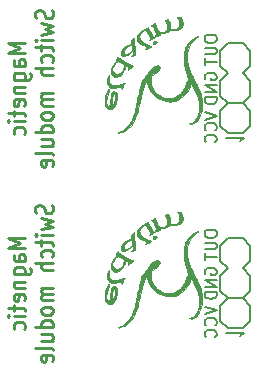
<source format=gbo>
%FSLAX45Y45*%
G04 Gerber Fmt 4.5, Leading zero omitted, Abs format (unit mm)*
G04 Created by KiCad (PCBNEW (2014-07-12 BZR 4289 GOST-COMMITTERS)-product) date 15.03.2017 23:13:34*
%MOMM*%
G01*
G04 APERTURE LIST*
%ADD10C,0.150000*%
%ADD11C,0.250000*%
%ADD12C,0.100000*%
G04 APERTURE END LIST*
D10*
X11756238Y-9265667D02*
X11856238Y-9299000D01*
X11756238Y-9332333D01*
X11846714Y-9422810D02*
X11851476Y-9418048D01*
X11856238Y-9403762D01*
X11856238Y-9394238D01*
X11851476Y-9379952D01*
X11841952Y-9370429D01*
X11832429Y-9365667D01*
X11813381Y-9360905D01*
X11799095Y-9360905D01*
X11780048Y-9365667D01*
X11770524Y-9370429D01*
X11761000Y-9379952D01*
X11756238Y-9394238D01*
X11756238Y-9403762D01*
X11761000Y-9418048D01*
X11765762Y-9422810D01*
X11846714Y-9522810D02*
X11851476Y-9518048D01*
X11856238Y-9503762D01*
X11856238Y-9494238D01*
X11851476Y-9479952D01*
X11841952Y-9470429D01*
X11832429Y-9465667D01*
X11813381Y-9460905D01*
X11799095Y-9460905D01*
X11780048Y-9465667D01*
X11770524Y-9470429D01*
X11761000Y-9479952D01*
X11756238Y-9494238D01*
X11756238Y-9503762D01*
X11761000Y-9518048D01*
X11765762Y-9522810D01*
X11761000Y-8992610D02*
X11756238Y-8983086D01*
X11756238Y-8968800D01*
X11761000Y-8954514D01*
X11770524Y-8944991D01*
X11780048Y-8940229D01*
X11799095Y-8935467D01*
X11813381Y-8935467D01*
X11832429Y-8940229D01*
X11841952Y-8944991D01*
X11851476Y-8954514D01*
X11856238Y-8968800D01*
X11856238Y-8978324D01*
X11851476Y-8992610D01*
X11846714Y-8997372D01*
X11813381Y-8997372D01*
X11813381Y-8978324D01*
X11856238Y-9040229D02*
X11756238Y-9040229D01*
X11856238Y-9097372D01*
X11756238Y-9097372D01*
X11856238Y-9144991D02*
X11756238Y-9144991D01*
X11756238Y-9168800D01*
X11761000Y-9183086D01*
X11770524Y-9192610D01*
X11780048Y-9197372D01*
X11799095Y-9202133D01*
X11813381Y-9202133D01*
X11832429Y-9197372D01*
X11841952Y-9192610D01*
X11851476Y-9183086D01*
X11856238Y-9168800D01*
X11856238Y-9144991D01*
X11756238Y-8638600D02*
X11756238Y-8657648D01*
X11761000Y-8667172D01*
X11770524Y-8676695D01*
X11789571Y-8681457D01*
X11822905Y-8681457D01*
X11841952Y-8676695D01*
X11851476Y-8667172D01*
X11856238Y-8657648D01*
X11856238Y-8638600D01*
X11851476Y-8629076D01*
X11841952Y-8619552D01*
X11822905Y-8614791D01*
X11789571Y-8614791D01*
X11770524Y-8619552D01*
X11761000Y-8629076D01*
X11756238Y-8638600D01*
X11756238Y-8724314D02*
X11837190Y-8724314D01*
X11846714Y-8729076D01*
X11851476Y-8733838D01*
X11856238Y-8743362D01*
X11856238Y-8762410D01*
X11851476Y-8771933D01*
X11846714Y-8776695D01*
X11837190Y-8781457D01*
X11756238Y-8781457D01*
X11756238Y-8814791D02*
X11756238Y-8871933D01*
X11856238Y-8843362D02*
X11756238Y-8843362D01*
D11*
X10237357Y-8684872D02*
X10087357Y-8684872D01*
X10194500Y-8726538D01*
X10087357Y-8768205D01*
X10237357Y-8768205D01*
X10237357Y-8881300D02*
X10158786Y-8881300D01*
X10144500Y-8875348D01*
X10137357Y-8863443D01*
X10137357Y-8839633D01*
X10144500Y-8827729D01*
X10230214Y-8881300D02*
X10237357Y-8869395D01*
X10237357Y-8839633D01*
X10230214Y-8827729D01*
X10215929Y-8821776D01*
X10201643Y-8821776D01*
X10187357Y-8827729D01*
X10180214Y-8839633D01*
X10180214Y-8869395D01*
X10173071Y-8881300D01*
X10137357Y-8994395D02*
X10258786Y-8994395D01*
X10273071Y-8988443D01*
X10280214Y-8982491D01*
X10287357Y-8970586D01*
X10287357Y-8952729D01*
X10280214Y-8940824D01*
X10230214Y-8994395D02*
X10237357Y-8982491D01*
X10237357Y-8958681D01*
X10230214Y-8946776D01*
X10223071Y-8940824D01*
X10208786Y-8934871D01*
X10165929Y-8934871D01*
X10151643Y-8940824D01*
X10144500Y-8946776D01*
X10137357Y-8958681D01*
X10137357Y-8982491D01*
X10144500Y-8994395D01*
X10137357Y-9053919D02*
X10237357Y-9053919D01*
X10151643Y-9053919D02*
X10144500Y-9059871D01*
X10137357Y-9071776D01*
X10137357Y-9089633D01*
X10144500Y-9101538D01*
X10158786Y-9107490D01*
X10237357Y-9107490D01*
X10230214Y-9214633D02*
X10237357Y-9202729D01*
X10237357Y-9178919D01*
X10230214Y-9167014D01*
X10215929Y-9161062D01*
X10158786Y-9161062D01*
X10144500Y-9167014D01*
X10137357Y-9178919D01*
X10137357Y-9202729D01*
X10144500Y-9214633D01*
X10158786Y-9220586D01*
X10173071Y-9220586D01*
X10187357Y-9161062D01*
X10137357Y-9256300D02*
X10137357Y-9303919D01*
X10087357Y-9274157D02*
X10215929Y-9274157D01*
X10230214Y-9280110D01*
X10237357Y-9292014D01*
X10237357Y-9303919D01*
X10237357Y-9345586D02*
X10137357Y-9345586D01*
X10087357Y-9345586D02*
X10094500Y-9339633D01*
X10101643Y-9345586D01*
X10094500Y-9351538D01*
X10087357Y-9345586D01*
X10101643Y-9345586D01*
X10230214Y-9458681D02*
X10237357Y-9446776D01*
X10237357Y-9422967D01*
X10230214Y-9411062D01*
X10223071Y-9405110D01*
X10208786Y-9399157D01*
X10165929Y-9399157D01*
X10151643Y-9405110D01*
X10144500Y-9411062D01*
X10137357Y-9422967D01*
X10137357Y-9446776D01*
X10144500Y-9458681D01*
X10465214Y-8405110D02*
X10472357Y-8422967D01*
X10472357Y-8452729D01*
X10465214Y-8464633D01*
X10458071Y-8470586D01*
X10443786Y-8476538D01*
X10429500Y-8476538D01*
X10415214Y-8470586D01*
X10408071Y-8464633D01*
X10400929Y-8452729D01*
X10393786Y-8428919D01*
X10386643Y-8417014D01*
X10379500Y-8411062D01*
X10365214Y-8405110D01*
X10350929Y-8405110D01*
X10336643Y-8411062D01*
X10329500Y-8417014D01*
X10322357Y-8428919D01*
X10322357Y-8458681D01*
X10329500Y-8476538D01*
X10372357Y-8518205D02*
X10472357Y-8542014D01*
X10400929Y-8565824D01*
X10472357Y-8589633D01*
X10372357Y-8613443D01*
X10472357Y-8661062D02*
X10372357Y-8661062D01*
X10322357Y-8661062D02*
X10329500Y-8655110D01*
X10336643Y-8661062D01*
X10329500Y-8667014D01*
X10322357Y-8661062D01*
X10336643Y-8661062D01*
X10372357Y-8702729D02*
X10372357Y-8750348D01*
X10322357Y-8720586D02*
X10450929Y-8720586D01*
X10465214Y-8726538D01*
X10472357Y-8738443D01*
X10472357Y-8750348D01*
X10465214Y-8845586D02*
X10472357Y-8833681D01*
X10472357Y-8809871D01*
X10465214Y-8797967D01*
X10458071Y-8792014D01*
X10443786Y-8786062D01*
X10400929Y-8786062D01*
X10386643Y-8792014D01*
X10379500Y-8797967D01*
X10372357Y-8809871D01*
X10372357Y-8833681D01*
X10379500Y-8845586D01*
X10472357Y-8899157D02*
X10322357Y-8899157D01*
X10472357Y-8952729D02*
X10393786Y-8952729D01*
X10379500Y-8946776D01*
X10372357Y-8934872D01*
X10372357Y-8917014D01*
X10379500Y-8905110D01*
X10386643Y-8899157D01*
X10472357Y-9107491D02*
X10372357Y-9107491D01*
X10386643Y-9107491D02*
X10379500Y-9113443D01*
X10372357Y-9125348D01*
X10372357Y-9143205D01*
X10379500Y-9155110D01*
X10393786Y-9161062D01*
X10472357Y-9161062D01*
X10393786Y-9161062D02*
X10379500Y-9167014D01*
X10372357Y-9178919D01*
X10372357Y-9196776D01*
X10379500Y-9208681D01*
X10393786Y-9214633D01*
X10472357Y-9214633D01*
X10472357Y-9292014D02*
X10465214Y-9280110D01*
X10458071Y-9274157D01*
X10443786Y-9268205D01*
X10400929Y-9268205D01*
X10386643Y-9274157D01*
X10379500Y-9280110D01*
X10372357Y-9292014D01*
X10372357Y-9309872D01*
X10379500Y-9321776D01*
X10386643Y-9327729D01*
X10400929Y-9333681D01*
X10443786Y-9333681D01*
X10458071Y-9327729D01*
X10465214Y-9321776D01*
X10472357Y-9309872D01*
X10472357Y-9292014D01*
X10472357Y-9440824D02*
X10322357Y-9440824D01*
X10465214Y-9440824D02*
X10472357Y-9428919D01*
X10472357Y-9405110D01*
X10465214Y-9393205D01*
X10458071Y-9387252D01*
X10443786Y-9381300D01*
X10400929Y-9381300D01*
X10386643Y-9387252D01*
X10379500Y-9393205D01*
X10372357Y-9405110D01*
X10372357Y-9428919D01*
X10379500Y-9440824D01*
X10372357Y-9553919D02*
X10472357Y-9553919D01*
X10372357Y-9500348D02*
X10450929Y-9500348D01*
X10465214Y-9506300D01*
X10472357Y-9518205D01*
X10472357Y-9536062D01*
X10465214Y-9547967D01*
X10458071Y-9553919D01*
X10472357Y-9631300D02*
X10465214Y-9619395D01*
X10450929Y-9613443D01*
X10322357Y-9613443D01*
X10465214Y-9726538D02*
X10472357Y-9714633D01*
X10472357Y-9690824D01*
X10465214Y-9678919D01*
X10450929Y-9672967D01*
X10393786Y-9672967D01*
X10379500Y-9678919D01*
X10372357Y-9690824D01*
X10372357Y-9714633D01*
X10379500Y-9726538D01*
X10393786Y-9732490D01*
X10408071Y-9732490D01*
X10422357Y-9672967D01*
X10237357Y-10334872D02*
X10087357Y-10334872D01*
X10194500Y-10376538D01*
X10087357Y-10418205D01*
X10237357Y-10418205D01*
X10237357Y-10531300D02*
X10158786Y-10531300D01*
X10144500Y-10525348D01*
X10137357Y-10513443D01*
X10137357Y-10489633D01*
X10144500Y-10477729D01*
X10230214Y-10531300D02*
X10237357Y-10519395D01*
X10237357Y-10489633D01*
X10230214Y-10477729D01*
X10215929Y-10471776D01*
X10201643Y-10471776D01*
X10187357Y-10477729D01*
X10180214Y-10489633D01*
X10180214Y-10519395D01*
X10173071Y-10531300D01*
X10137357Y-10644395D02*
X10258786Y-10644395D01*
X10273071Y-10638443D01*
X10280214Y-10632491D01*
X10287357Y-10620586D01*
X10287357Y-10602729D01*
X10280214Y-10590824D01*
X10230214Y-10644395D02*
X10237357Y-10632491D01*
X10237357Y-10608681D01*
X10230214Y-10596776D01*
X10223071Y-10590824D01*
X10208786Y-10584871D01*
X10165929Y-10584871D01*
X10151643Y-10590824D01*
X10144500Y-10596776D01*
X10137357Y-10608681D01*
X10137357Y-10632491D01*
X10144500Y-10644395D01*
X10137357Y-10703919D02*
X10237357Y-10703919D01*
X10151643Y-10703919D02*
X10144500Y-10709871D01*
X10137357Y-10721776D01*
X10137357Y-10739633D01*
X10144500Y-10751538D01*
X10158786Y-10757490D01*
X10237357Y-10757490D01*
X10230214Y-10864633D02*
X10237357Y-10852729D01*
X10237357Y-10828919D01*
X10230214Y-10817014D01*
X10215929Y-10811062D01*
X10158786Y-10811062D01*
X10144500Y-10817014D01*
X10137357Y-10828919D01*
X10137357Y-10852729D01*
X10144500Y-10864633D01*
X10158786Y-10870586D01*
X10173071Y-10870586D01*
X10187357Y-10811062D01*
X10137357Y-10906300D02*
X10137357Y-10953919D01*
X10087357Y-10924157D02*
X10215929Y-10924157D01*
X10230214Y-10930110D01*
X10237357Y-10942014D01*
X10237357Y-10953919D01*
X10237357Y-10995586D02*
X10137357Y-10995586D01*
X10087357Y-10995586D02*
X10094500Y-10989633D01*
X10101643Y-10995586D01*
X10094500Y-11001538D01*
X10087357Y-10995586D01*
X10101643Y-10995586D01*
X10230214Y-11108681D02*
X10237357Y-11096776D01*
X10237357Y-11072967D01*
X10230214Y-11061062D01*
X10223071Y-11055110D01*
X10208786Y-11049157D01*
X10165929Y-11049157D01*
X10151643Y-11055110D01*
X10144500Y-11061062D01*
X10137357Y-11072967D01*
X10137357Y-11096776D01*
X10144500Y-11108681D01*
X10465214Y-10055110D02*
X10472357Y-10072967D01*
X10472357Y-10102729D01*
X10465214Y-10114633D01*
X10458071Y-10120586D01*
X10443786Y-10126538D01*
X10429500Y-10126538D01*
X10415214Y-10120586D01*
X10408071Y-10114633D01*
X10400929Y-10102729D01*
X10393786Y-10078919D01*
X10386643Y-10067014D01*
X10379500Y-10061062D01*
X10365214Y-10055110D01*
X10350929Y-10055110D01*
X10336643Y-10061062D01*
X10329500Y-10067014D01*
X10322357Y-10078919D01*
X10322357Y-10108681D01*
X10329500Y-10126538D01*
X10372357Y-10168205D02*
X10472357Y-10192014D01*
X10400929Y-10215824D01*
X10472357Y-10239633D01*
X10372357Y-10263443D01*
X10472357Y-10311062D02*
X10372357Y-10311062D01*
X10322357Y-10311062D02*
X10329500Y-10305110D01*
X10336643Y-10311062D01*
X10329500Y-10317014D01*
X10322357Y-10311062D01*
X10336643Y-10311062D01*
X10372357Y-10352729D02*
X10372357Y-10400348D01*
X10322357Y-10370586D02*
X10450929Y-10370586D01*
X10465214Y-10376538D01*
X10472357Y-10388443D01*
X10472357Y-10400348D01*
X10465214Y-10495586D02*
X10472357Y-10483681D01*
X10472357Y-10459871D01*
X10465214Y-10447967D01*
X10458071Y-10442014D01*
X10443786Y-10436062D01*
X10400929Y-10436062D01*
X10386643Y-10442014D01*
X10379500Y-10447967D01*
X10372357Y-10459871D01*
X10372357Y-10483681D01*
X10379500Y-10495586D01*
X10472357Y-10549157D02*
X10322357Y-10549157D01*
X10472357Y-10602729D02*
X10393786Y-10602729D01*
X10379500Y-10596776D01*
X10372357Y-10584872D01*
X10372357Y-10567014D01*
X10379500Y-10555110D01*
X10386643Y-10549157D01*
X10472357Y-10757491D02*
X10372357Y-10757491D01*
X10386643Y-10757491D02*
X10379500Y-10763443D01*
X10372357Y-10775348D01*
X10372357Y-10793205D01*
X10379500Y-10805110D01*
X10393786Y-10811062D01*
X10472357Y-10811062D01*
X10393786Y-10811062D02*
X10379500Y-10817014D01*
X10372357Y-10828919D01*
X10372357Y-10846776D01*
X10379500Y-10858681D01*
X10393786Y-10864633D01*
X10472357Y-10864633D01*
X10472357Y-10942014D02*
X10465214Y-10930110D01*
X10458071Y-10924157D01*
X10443786Y-10918205D01*
X10400929Y-10918205D01*
X10386643Y-10924157D01*
X10379500Y-10930110D01*
X10372357Y-10942014D01*
X10372357Y-10959872D01*
X10379500Y-10971776D01*
X10386643Y-10977729D01*
X10400929Y-10983681D01*
X10443786Y-10983681D01*
X10458071Y-10977729D01*
X10465214Y-10971776D01*
X10472357Y-10959872D01*
X10472357Y-10942014D01*
X10472357Y-11090824D02*
X10322357Y-11090824D01*
X10465214Y-11090824D02*
X10472357Y-11078919D01*
X10472357Y-11055110D01*
X10465214Y-11043205D01*
X10458071Y-11037252D01*
X10443786Y-11031300D01*
X10400929Y-11031300D01*
X10386643Y-11037252D01*
X10379500Y-11043205D01*
X10372357Y-11055110D01*
X10372357Y-11078919D01*
X10379500Y-11090824D01*
X10372357Y-11203919D02*
X10472357Y-11203919D01*
X10372357Y-11150348D02*
X10450929Y-11150348D01*
X10465214Y-11156300D01*
X10472357Y-11168205D01*
X10472357Y-11186062D01*
X10465214Y-11197967D01*
X10458071Y-11203919D01*
X10472357Y-11281300D02*
X10465214Y-11269395D01*
X10450929Y-11263443D01*
X10322357Y-11263443D01*
X10465214Y-11376538D02*
X10472357Y-11364633D01*
X10472357Y-11340824D01*
X10465214Y-11328919D01*
X10450929Y-11322967D01*
X10393786Y-11322967D01*
X10379500Y-11328919D01*
X10372357Y-11340824D01*
X10372357Y-11364633D01*
X10379500Y-11376538D01*
X10393786Y-11382490D01*
X10408071Y-11382490D01*
X10422357Y-11322967D01*
D10*
X11756238Y-10288600D02*
X11756238Y-10307648D01*
X11761000Y-10317172D01*
X11770524Y-10326695D01*
X11789571Y-10331457D01*
X11822905Y-10331457D01*
X11841952Y-10326695D01*
X11851476Y-10317172D01*
X11856238Y-10307648D01*
X11856238Y-10288600D01*
X11851476Y-10279076D01*
X11841952Y-10269552D01*
X11822905Y-10264791D01*
X11789571Y-10264791D01*
X11770524Y-10269552D01*
X11761000Y-10279076D01*
X11756238Y-10288600D01*
X11756238Y-10374314D02*
X11837190Y-10374314D01*
X11846714Y-10379076D01*
X11851476Y-10383838D01*
X11856238Y-10393362D01*
X11856238Y-10412410D01*
X11851476Y-10421933D01*
X11846714Y-10426695D01*
X11837190Y-10431457D01*
X11756238Y-10431457D01*
X11756238Y-10464791D02*
X11756238Y-10521933D01*
X11856238Y-10493362D02*
X11756238Y-10493362D01*
X11761000Y-10642610D02*
X11756238Y-10633086D01*
X11756238Y-10618800D01*
X11761000Y-10604514D01*
X11770524Y-10594991D01*
X11780048Y-10590229D01*
X11799095Y-10585467D01*
X11813381Y-10585467D01*
X11832429Y-10590229D01*
X11841952Y-10594991D01*
X11851476Y-10604514D01*
X11856238Y-10618800D01*
X11856238Y-10628324D01*
X11851476Y-10642610D01*
X11846714Y-10647372D01*
X11813381Y-10647372D01*
X11813381Y-10628324D01*
X11856238Y-10690229D02*
X11756238Y-10690229D01*
X11856238Y-10747372D01*
X11756238Y-10747372D01*
X11856238Y-10794991D02*
X11756238Y-10794991D01*
X11756238Y-10818800D01*
X11761000Y-10833086D01*
X11770524Y-10842610D01*
X11780048Y-10847372D01*
X11799095Y-10852133D01*
X11813381Y-10852133D01*
X11832429Y-10847372D01*
X11841952Y-10842610D01*
X11851476Y-10833086D01*
X11856238Y-10818800D01*
X11856238Y-10794991D01*
X11756238Y-10915667D02*
X11856238Y-10949000D01*
X11756238Y-10982333D01*
X11846714Y-11072810D02*
X11851476Y-11068048D01*
X11856238Y-11053762D01*
X11856238Y-11044238D01*
X11851476Y-11029952D01*
X11841952Y-11020429D01*
X11832429Y-11015667D01*
X11813381Y-11010905D01*
X11799095Y-11010905D01*
X11780048Y-11015667D01*
X11770524Y-11020429D01*
X11761000Y-11029952D01*
X11756238Y-11044238D01*
X11756238Y-11053762D01*
X11761000Y-11068048D01*
X11765762Y-11072810D01*
X11846714Y-11172810D02*
X11851476Y-11168048D01*
X11856238Y-11153762D01*
X11856238Y-11144238D01*
X11851476Y-11129952D01*
X11841952Y-11120429D01*
X11832429Y-11115667D01*
X11813381Y-11110905D01*
X11799095Y-11110905D01*
X11780048Y-11115667D01*
X11770524Y-11120429D01*
X11761000Y-11129952D01*
X11756238Y-11144238D01*
X11756238Y-11153762D01*
X11761000Y-11168048D01*
X11765762Y-11172810D01*
D12*
G36*
X10943986Y-9245715D02*
X10933645Y-9243028D01*
X10924967Y-9237077D01*
X10917897Y-9227805D01*
X10912382Y-9215154D01*
X10910682Y-9209441D01*
X10909521Y-9202645D01*
X10908749Y-9193045D01*
X10908361Y-9181577D01*
X10908350Y-9169178D01*
X10908712Y-9156785D01*
X10909441Y-9145335D01*
X10910530Y-9135767D01*
X10911141Y-9132300D01*
X10913315Y-9124179D01*
X10916543Y-9115202D01*
X10920530Y-9105900D01*
X10924979Y-9096803D01*
X10929593Y-9088441D01*
X10934076Y-9081345D01*
X10938131Y-9076044D01*
X10941462Y-9073070D01*
X10943773Y-9072951D01*
X10944108Y-9073350D01*
X10945728Y-9078573D01*
X10945528Y-9086407D01*
X10943480Y-9097026D01*
X10939554Y-9110604D01*
X10936444Y-9119793D01*
X10930422Y-9137695D01*
X10926063Y-9152739D01*
X10923312Y-9165415D01*
X10922115Y-9176215D01*
X10922416Y-9185628D01*
X10924162Y-9194144D01*
X10927246Y-9202147D01*
X10931170Y-9208887D01*
X10935683Y-9214209D01*
X10940129Y-9217537D01*
X10943852Y-9218300D01*
X10945043Y-9217717D01*
X10947719Y-9213658D01*
X10949448Y-9208397D01*
X10970675Y-9208397D01*
X10972943Y-9206922D01*
X10976714Y-9202656D01*
X10977688Y-9201440D01*
X10986131Y-9189222D01*
X10992301Y-9176332D01*
X10995667Y-9166259D01*
X10997566Y-9156958D01*
X10998207Y-9147200D01*
X10997709Y-9137693D01*
X10996194Y-9129144D01*
X10993783Y-9122261D01*
X10990597Y-9117752D01*
X10987136Y-9116307D01*
X10983515Y-9118101D01*
X10979978Y-9123134D01*
X10976669Y-9130883D01*
X10973733Y-9140823D01*
X10971312Y-9152431D01*
X10969551Y-9165183D01*
X10968593Y-9178557D01*
X10968464Y-9184357D01*
X10968512Y-9192931D01*
X10968746Y-9200286D01*
X10969125Y-9205490D01*
X10969472Y-9207401D01*
X10970675Y-9208397D01*
X10949448Y-9208397D01*
X10950224Y-9206035D01*
X10952570Y-9194796D01*
X10954768Y-9179884D01*
X10956083Y-9168581D01*
X10958895Y-9146960D01*
X10962317Y-9128900D01*
X10966337Y-9114440D01*
X10970947Y-9103614D01*
X10976133Y-9096460D01*
X10978132Y-9094795D01*
X10984986Y-9092022D01*
X10992192Y-9092534D01*
X10999127Y-9095981D01*
X11005170Y-9102012D01*
X11009698Y-9110277D01*
X11010645Y-9113063D01*
X11012913Y-9125883D01*
X11012976Y-9141047D01*
X11010907Y-9157904D01*
X11006778Y-9175800D01*
X11002122Y-9190200D01*
X10994520Y-9207942D01*
X10985903Y-9222401D01*
X10976364Y-9233488D01*
X10965997Y-9241114D01*
X10954894Y-9245189D01*
X10943986Y-9245715D01*
X10943986Y-9245715D01*
X10943986Y-9245715D01*
G37*
X10943986Y-9245715D02*
X10933645Y-9243028D01*
X10924967Y-9237077D01*
X10917897Y-9227805D01*
X10912382Y-9215154D01*
X10910682Y-9209441D01*
X10909521Y-9202645D01*
X10908749Y-9193045D01*
X10908361Y-9181577D01*
X10908350Y-9169178D01*
X10908712Y-9156785D01*
X10909441Y-9145335D01*
X10910530Y-9135767D01*
X10911141Y-9132300D01*
X10913315Y-9124179D01*
X10916543Y-9115202D01*
X10920530Y-9105900D01*
X10924979Y-9096803D01*
X10929593Y-9088441D01*
X10934076Y-9081345D01*
X10938131Y-9076044D01*
X10941462Y-9073070D01*
X10943773Y-9072951D01*
X10944108Y-9073350D01*
X10945728Y-9078573D01*
X10945528Y-9086407D01*
X10943480Y-9097026D01*
X10939554Y-9110604D01*
X10936444Y-9119793D01*
X10930422Y-9137695D01*
X10926063Y-9152739D01*
X10923312Y-9165415D01*
X10922115Y-9176215D01*
X10922416Y-9185628D01*
X10924162Y-9194144D01*
X10927246Y-9202147D01*
X10931170Y-9208887D01*
X10935683Y-9214209D01*
X10940129Y-9217537D01*
X10943852Y-9218300D01*
X10945043Y-9217717D01*
X10947719Y-9213658D01*
X10949448Y-9208397D01*
X10970675Y-9208397D01*
X10972943Y-9206922D01*
X10976714Y-9202656D01*
X10977688Y-9201440D01*
X10986131Y-9189222D01*
X10992301Y-9176332D01*
X10995667Y-9166259D01*
X10997566Y-9156958D01*
X10998207Y-9147200D01*
X10997709Y-9137693D01*
X10996194Y-9129144D01*
X10993783Y-9122261D01*
X10990597Y-9117752D01*
X10987136Y-9116307D01*
X10983515Y-9118101D01*
X10979978Y-9123134D01*
X10976669Y-9130883D01*
X10973733Y-9140823D01*
X10971312Y-9152431D01*
X10969551Y-9165183D01*
X10968593Y-9178557D01*
X10968464Y-9184357D01*
X10968512Y-9192931D01*
X10968746Y-9200286D01*
X10969125Y-9205490D01*
X10969472Y-9207401D01*
X10970675Y-9208397D01*
X10949448Y-9208397D01*
X10950224Y-9206035D01*
X10952570Y-9194796D01*
X10954768Y-9179884D01*
X10956083Y-9168581D01*
X10958895Y-9146960D01*
X10962317Y-9128900D01*
X10966337Y-9114440D01*
X10970947Y-9103614D01*
X10976133Y-9096460D01*
X10978132Y-9094795D01*
X10984986Y-9092022D01*
X10992192Y-9092534D01*
X10999127Y-9095981D01*
X11005170Y-9102012D01*
X11009698Y-9110277D01*
X11010645Y-9113063D01*
X11012913Y-9125883D01*
X11012976Y-9141047D01*
X11010907Y-9157904D01*
X11006778Y-9175800D01*
X11002122Y-9190200D01*
X10994520Y-9207942D01*
X10985903Y-9222401D01*
X10976364Y-9233488D01*
X10965997Y-9241114D01*
X10954894Y-9245189D01*
X10943986Y-9245715D01*
X10943986Y-9245715D01*
G36*
X11052616Y-9071150D02*
X11051159Y-9069585D01*
X11048915Y-9065594D01*
X11047548Y-9062685D01*
X11045319Y-9058223D01*
X11042885Y-9055345D01*
X11039628Y-9054004D01*
X11034933Y-9054155D01*
X11028183Y-9055753D01*
X11018763Y-9058751D01*
X11014428Y-9060223D01*
X10997150Y-9065099D01*
X10982036Y-9067081D01*
X10968811Y-9066138D01*
X10957198Y-9062239D01*
X10946922Y-9055354D01*
X10943826Y-9052470D01*
X10936690Y-9043787D01*
X10932071Y-9034860D01*
X10931957Y-9034532D01*
X10929871Y-9025028D01*
X10929032Y-9013364D01*
X10929429Y-9000926D01*
X10931049Y-8989102D01*
X10932370Y-8983663D01*
X10936677Y-8971187D01*
X10941268Y-8962387D01*
X10945006Y-8958126D01*
X10947088Y-8956688D01*
X10947661Y-8957622D01*
X10947033Y-8961547D01*
X10946936Y-8962026D01*
X10944958Y-8973264D01*
X10943500Y-8984496D01*
X10942661Y-8994693D01*
X10942535Y-9002829D01*
X10942812Y-9006099D01*
X10946328Y-9017290D01*
X10953067Y-9027171D01*
X10962542Y-9035071D01*
X10964705Y-9036345D01*
X10969590Y-9038900D01*
X10973807Y-9040537D01*
X10978424Y-9041452D01*
X10984508Y-9041844D01*
X10993130Y-9041912D01*
X10994672Y-9041907D01*
X11005225Y-9041622D01*
X11014695Y-9040728D01*
X11024020Y-9039018D01*
X11034136Y-9036286D01*
X11045980Y-9032328D01*
X11057215Y-9028183D01*
X11065058Y-9025287D01*
X11071501Y-9023047D01*
X11075803Y-9021711D01*
X11077217Y-9021471D01*
X11076744Y-9023307D01*
X11074875Y-9027749D01*
X11071970Y-9034073D01*
X11068385Y-9041556D01*
X11064480Y-9049472D01*
X11060612Y-9057100D01*
X11057141Y-9063715D01*
X11054424Y-9068594D01*
X11052821Y-9071012D01*
X11052616Y-9071150D01*
X11052616Y-9071150D01*
X11052616Y-9071150D01*
G37*
X11052616Y-9071150D02*
X11051159Y-9069585D01*
X11048915Y-9065594D01*
X11047548Y-9062685D01*
X11045319Y-9058223D01*
X11042885Y-9055345D01*
X11039628Y-9054004D01*
X11034933Y-9054155D01*
X11028183Y-9055753D01*
X11018763Y-9058751D01*
X11014428Y-9060223D01*
X10997150Y-9065099D01*
X10982036Y-9067081D01*
X10968811Y-9066138D01*
X10957198Y-9062239D01*
X10946922Y-9055354D01*
X10943826Y-9052470D01*
X10936690Y-9043787D01*
X10932071Y-9034860D01*
X10931957Y-9034532D01*
X10929871Y-9025028D01*
X10929032Y-9013364D01*
X10929429Y-9000926D01*
X10931049Y-8989102D01*
X10932370Y-8983663D01*
X10936677Y-8971187D01*
X10941268Y-8962387D01*
X10945006Y-8958126D01*
X10947088Y-8956688D01*
X10947661Y-8957622D01*
X10947033Y-8961547D01*
X10946936Y-8962026D01*
X10944958Y-8973264D01*
X10943500Y-8984496D01*
X10942661Y-8994693D01*
X10942535Y-9002829D01*
X10942812Y-9006099D01*
X10946328Y-9017290D01*
X10953067Y-9027171D01*
X10962542Y-9035071D01*
X10964705Y-9036345D01*
X10969590Y-9038900D01*
X10973807Y-9040537D01*
X10978424Y-9041452D01*
X10984508Y-9041844D01*
X10993130Y-9041912D01*
X10994672Y-9041907D01*
X11005225Y-9041622D01*
X11014695Y-9040728D01*
X11024020Y-9039018D01*
X11034136Y-9036286D01*
X11045980Y-9032328D01*
X11057215Y-9028183D01*
X11065058Y-9025287D01*
X11071501Y-9023047D01*
X11075803Y-9021711D01*
X11077217Y-9021471D01*
X11076744Y-9023307D01*
X11074875Y-9027749D01*
X11071970Y-9034073D01*
X11068385Y-9041556D01*
X11064480Y-9049472D01*
X11060612Y-9057100D01*
X11057141Y-9063715D01*
X11054424Y-9068594D01*
X11052821Y-9071012D01*
X11052616Y-9071150D01*
X11052616Y-9071150D01*
G36*
X11001251Y-8972863D02*
X10990151Y-8970348D01*
X10980291Y-8964773D01*
X10972201Y-8956365D01*
X10966413Y-8945350D01*
X10966369Y-8945216D01*
X11020569Y-8945216D01*
X11032179Y-8942777D01*
X11042935Y-8937184D01*
X11052451Y-8928635D01*
X11060342Y-8917331D01*
X11066105Y-8903839D01*
X11068507Y-8894328D01*
X11069962Y-8884379D01*
X11070361Y-8875231D01*
X11069598Y-8868122D01*
X11069283Y-8867011D01*
X11067057Y-8864466D01*
X11061857Y-8860617D01*
X11054115Y-8855758D01*
X11046079Y-8851176D01*
X11024123Y-8839104D01*
X11014039Y-8844384D01*
X11007148Y-8848812D01*
X10999889Y-8854730D01*
X10995399Y-8859180D01*
X10985322Y-8872314D01*
X10978579Y-8885459D01*
X10975227Y-8898348D01*
X10975323Y-8910713D01*
X10978925Y-8922288D01*
X10981015Y-8926089D01*
X10987326Y-8933747D01*
X10996113Y-8939723D01*
X10996327Y-8939835D01*
X11008490Y-8944301D01*
X11020569Y-8945216D01*
X10966369Y-8945216D01*
X10965467Y-8942482D01*
X10963406Y-8931387D01*
X10962963Y-8918541D01*
X10964128Y-8905584D01*
X10965697Y-8898056D01*
X10970211Y-8884906D01*
X10976607Y-8871408D01*
X10984300Y-8858514D01*
X10992706Y-8847175D01*
X11001241Y-8838342D01*
X11003474Y-8836524D01*
X11007356Y-8833357D01*
X11008508Y-8831502D01*
X11007302Y-8830142D01*
X11006562Y-8829722D01*
X11003487Y-8827998D01*
X11002499Y-8827367D01*
X11003076Y-8825651D01*
X11005142Y-8821665D01*
X11008163Y-8816311D01*
X11011604Y-8810494D01*
X11014932Y-8805116D01*
X11017614Y-8801080D01*
X11019083Y-8799308D01*
X11020847Y-8800109D01*
X11022785Y-8802837D01*
X11025890Y-8806619D01*
X11030677Y-8810551D01*
X11032006Y-8811416D01*
X11035352Y-8813464D01*
X11041434Y-8817188D01*
X11049778Y-8822298D01*
X11059912Y-8828505D01*
X11071362Y-8835519D01*
X11083655Y-8843050D01*
X11086619Y-8844866D01*
X11101256Y-8853774D01*
X11113091Y-8860830D01*
X11122480Y-8866226D01*
X11129781Y-8870154D01*
X11135349Y-8872806D01*
X11139543Y-8874375D01*
X11142636Y-8875043D01*
X11147841Y-8875892D01*
X11151220Y-8876933D01*
X11151764Y-8877340D01*
X11150717Y-8878882D01*
X11147142Y-8881489D01*
X11142978Y-8883943D01*
X11137308Y-8887612D01*
X11130174Y-8893057D01*
X11122741Y-8899362D01*
X11119327Y-8902504D01*
X11105305Y-8915824D01*
X11106652Y-8905037D01*
X11107127Y-8895814D01*
X11105526Y-8888978D01*
X11101351Y-8883498D01*
X11094100Y-8878343D01*
X11093519Y-8878000D01*
X11083375Y-8872055D01*
X11082078Y-8879881D01*
X11078351Y-8894947D01*
X11072326Y-8910379D01*
X11064458Y-8925475D01*
X11055201Y-8939536D01*
X11045010Y-8951861D01*
X11034339Y-8961749D01*
X11025044Y-8967812D01*
X11013059Y-8972093D01*
X11001251Y-8972863D01*
X11001251Y-8972863D01*
X11001251Y-8972863D01*
G37*
X11001251Y-8972863D02*
X10990151Y-8970348D01*
X10980291Y-8964773D01*
X10972201Y-8956365D01*
X10966413Y-8945350D01*
X10966369Y-8945216D01*
X11020569Y-8945216D01*
X11032179Y-8942777D01*
X11042935Y-8937184D01*
X11052451Y-8928635D01*
X11060342Y-8917331D01*
X11066105Y-8903839D01*
X11068507Y-8894328D01*
X11069962Y-8884379D01*
X11070361Y-8875231D01*
X11069598Y-8868122D01*
X11069283Y-8867011D01*
X11067057Y-8864466D01*
X11061857Y-8860617D01*
X11054115Y-8855758D01*
X11046079Y-8851176D01*
X11024123Y-8839104D01*
X11014039Y-8844384D01*
X11007148Y-8848812D01*
X10999889Y-8854730D01*
X10995399Y-8859180D01*
X10985322Y-8872314D01*
X10978579Y-8885459D01*
X10975227Y-8898348D01*
X10975323Y-8910713D01*
X10978925Y-8922288D01*
X10981015Y-8926089D01*
X10987326Y-8933747D01*
X10996113Y-8939723D01*
X10996327Y-8939835D01*
X11008490Y-8944301D01*
X11020569Y-8945216D01*
X10966369Y-8945216D01*
X10965467Y-8942482D01*
X10963406Y-8931387D01*
X10962963Y-8918541D01*
X10964128Y-8905584D01*
X10965697Y-8898056D01*
X10970211Y-8884906D01*
X10976607Y-8871408D01*
X10984300Y-8858514D01*
X10992706Y-8847175D01*
X11001241Y-8838342D01*
X11003474Y-8836524D01*
X11007356Y-8833357D01*
X11008508Y-8831502D01*
X11007302Y-8830142D01*
X11006562Y-8829722D01*
X11003487Y-8827998D01*
X11002499Y-8827367D01*
X11003076Y-8825651D01*
X11005142Y-8821665D01*
X11008163Y-8816311D01*
X11011604Y-8810494D01*
X11014932Y-8805116D01*
X11017614Y-8801080D01*
X11019083Y-8799308D01*
X11020847Y-8800109D01*
X11022785Y-8802837D01*
X11025890Y-8806619D01*
X11030677Y-8810551D01*
X11032006Y-8811416D01*
X11035352Y-8813464D01*
X11041434Y-8817188D01*
X11049778Y-8822298D01*
X11059912Y-8828505D01*
X11071362Y-8835519D01*
X11083655Y-8843050D01*
X11086619Y-8844866D01*
X11101256Y-8853774D01*
X11113091Y-8860830D01*
X11122480Y-8866226D01*
X11129781Y-8870154D01*
X11135349Y-8872806D01*
X11139543Y-8874375D01*
X11142636Y-8875043D01*
X11147841Y-8875892D01*
X11151220Y-8876933D01*
X11151764Y-8877340D01*
X11150717Y-8878882D01*
X11147142Y-8881489D01*
X11142978Y-8883943D01*
X11137308Y-8887612D01*
X11130174Y-8893057D01*
X11122741Y-8899362D01*
X11119327Y-8902504D01*
X11105305Y-8915824D01*
X11106652Y-8905037D01*
X11107127Y-8895814D01*
X11105526Y-8888978D01*
X11101351Y-8883498D01*
X11094100Y-8878343D01*
X11093519Y-8878000D01*
X11083375Y-8872055D01*
X11082078Y-8879881D01*
X11078351Y-8894947D01*
X11072326Y-8910379D01*
X11064458Y-8925475D01*
X11055201Y-8939536D01*
X11045010Y-8951861D01*
X11034339Y-8961749D01*
X11025044Y-8967812D01*
X11013059Y-8972093D01*
X11001251Y-8972863D01*
X11001251Y-8972863D01*
G36*
X11028854Y-9443409D02*
X11028117Y-9443352D01*
X11025706Y-9442798D01*
X11025872Y-9441756D01*
X11028913Y-9439622D01*
X11030420Y-9438685D01*
X11035100Y-9436049D01*
X11042004Y-9432458D01*
X11049939Y-9428526D01*
X11053366Y-9426885D01*
X11073535Y-9415268D01*
X11092086Y-9400292D01*
X11108978Y-9382015D01*
X11124167Y-9360496D01*
X11137614Y-9335793D01*
X11149276Y-9307964D01*
X11158282Y-9280046D01*
X11161907Y-9266596D01*
X11166108Y-9249931D01*
X11170773Y-9230534D01*
X11175792Y-9208888D01*
X11181054Y-9185478D01*
X11186447Y-9160787D01*
X11191862Y-9135300D01*
X11195991Y-9115367D01*
X11199859Y-9096621D01*
X11203158Y-9081035D01*
X11206021Y-9068073D01*
X11208580Y-9057199D01*
X11210971Y-9047877D01*
X11213325Y-9039569D01*
X11215777Y-9031740D01*
X11218460Y-9023854D01*
X11219480Y-9020978D01*
X11227037Y-9002593D01*
X11235908Y-8986692D01*
X11246881Y-8972034D01*
X11258361Y-8959711D01*
X11266601Y-8951051D01*
X11273556Y-8942805D01*
X11278557Y-8935786D01*
X11279930Y-8933370D01*
X11290814Y-8915980D01*
X11304668Y-8900817D01*
X11321310Y-8888057D01*
X11335470Y-8880188D01*
X11345941Y-8875747D01*
X11354196Y-8873730D01*
X11360895Y-8874133D01*
X11366698Y-8876952D01*
X11370216Y-8879993D01*
X11374078Y-8884723D01*
X11376349Y-8889195D01*
X11376613Y-8890688D01*
X11374887Y-8898625D01*
X11369784Y-8907841D01*
X11361416Y-8918207D01*
X11349896Y-8929595D01*
X11335335Y-8941876D01*
X11325493Y-8949392D01*
X11303536Y-8965623D01*
X11301268Y-8976525D01*
X11300182Y-8984834D01*
X11299721Y-8995708D01*
X11299934Y-9007993D01*
X11299940Y-9008122D01*
X11302855Y-9031488D01*
X11309325Y-9054115D01*
X11319152Y-9075539D01*
X11332139Y-9095294D01*
X11341923Y-9106747D01*
X11354923Y-9119038D01*
X11368586Y-9128733D01*
X11384019Y-9136526D01*
X11397309Y-9141504D01*
X11421618Y-9148126D01*
X11444519Y-9151288D01*
X11466167Y-9150954D01*
X11486713Y-9147086D01*
X11506310Y-9139650D01*
X11525113Y-9128609D01*
X11543273Y-9113926D01*
X11552565Y-9104785D01*
X11570936Y-9083084D01*
X11586417Y-9059314D01*
X11599142Y-9033232D01*
X11609245Y-9004594D01*
X11610875Y-8998861D01*
X11615475Y-8982074D01*
X11608848Y-8964379D01*
X11604057Y-8950765D01*
X11599091Y-8935228D01*
X11594332Y-8919077D01*
X11590165Y-8903617D01*
X11586970Y-8890155D01*
X11586621Y-8888495D01*
X11583598Y-8871703D01*
X11581545Y-8854867D01*
X11580389Y-8836997D01*
X11580059Y-8817102D01*
X11580274Y-8801698D01*
X11580652Y-8788230D01*
X11581122Y-8777698D01*
X11581771Y-8769274D01*
X11582686Y-8762130D01*
X11583955Y-8755440D01*
X11585665Y-8748375D01*
X11586069Y-8746838D01*
X11593200Y-8724968D01*
X11602492Y-8705551D01*
X11614362Y-8687955D01*
X11629226Y-8671545D01*
X11644387Y-8658169D01*
X11651204Y-8653026D01*
X11659442Y-8647375D01*
X11668418Y-8641621D01*
X11677452Y-8636166D01*
X11685864Y-8631414D01*
X11692973Y-8627768D01*
X11698098Y-8625631D01*
X11699966Y-8625241D01*
X11701908Y-8625797D01*
X11701297Y-8627596D01*
X11697946Y-8630834D01*
X11691669Y-8635708D01*
X11686587Y-8639382D01*
X11664536Y-8656869D01*
X11645935Y-8675568D01*
X11630750Y-8695580D01*
X11618945Y-8717004D01*
X11610486Y-8739941D01*
X11605338Y-8764491D01*
X11603466Y-8790754D01*
X11604835Y-8818830D01*
X11609411Y-8848820D01*
X11611060Y-8856663D01*
X11613670Y-8868087D01*
X11616275Y-8878461D01*
X11619055Y-8888219D01*
X11622193Y-8897795D01*
X11625870Y-8907623D01*
X11630268Y-8918137D01*
X11635568Y-8929770D01*
X11641952Y-8942958D01*
X11649601Y-8958133D01*
X11658698Y-8975729D01*
X11669424Y-8996181D01*
X11669629Y-8996570D01*
X11682662Y-9021758D01*
X11693776Y-9044265D01*
X11703155Y-9064532D01*
X11710982Y-9083002D01*
X11717439Y-9100115D01*
X11722708Y-9116312D01*
X11726974Y-9132036D01*
X11728602Y-9139019D01*
X11730556Y-9150284D01*
X11732093Y-9164047D01*
X11733188Y-9179410D01*
X11733819Y-9195475D01*
X11733964Y-9211345D01*
X11733600Y-9226122D01*
X11732703Y-9238908D01*
X11731379Y-9248184D01*
X11726027Y-9270122D01*
X11719120Y-9290865D01*
X11710898Y-9309941D01*
X11701605Y-9326877D01*
X11691481Y-9341200D01*
X11680769Y-9352438D01*
X11676208Y-9356084D01*
X11665974Y-9361989D01*
X11654654Y-9366018D01*
X11643548Y-9367793D01*
X11636687Y-9367507D01*
X11629438Y-9366234D01*
X11625237Y-9364920D01*
X11623376Y-9363273D01*
X11623087Y-9361857D01*
X11624800Y-9360213D01*
X11630017Y-9359493D01*
X11632296Y-9359453D01*
X11645376Y-9358089D01*
X11656929Y-9353861D01*
X11667228Y-9346561D01*
X11676545Y-9335983D01*
X11685151Y-9321921D01*
X11687326Y-9317626D01*
X11698184Y-9291438D01*
X11705444Y-9264570D01*
X11709140Y-9236813D01*
X11709305Y-9207955D01*
X11707676Y-9189636D01*
X11705301Y-9174557D01*
X11701780Y-9159309D01*
X11696943Y-9143452D01*
X11690619Y-9126548D01*
X11682637Y-9108158D01*
X11672826Y-9087843D01*
X11661016Y-9065164D01*
X11654569Y-9053278D01*
X11648863Y-9042860D01*
X11644702Y-9035429D01*
X11641773Y-9030700D01*
X11639761Y-9028387D01*
X11638353Y-9028207D01*
X11637234Y-9029873D01*
X11636091Y-9033102D01*
X11635242Y-9035737D01*
X11628995Y-9051955D01*
X11620660Y-9069413D01*
X11610900Y-9086784D01*
X11605036Y-9096015D01*
X11588321Y-9118261D01*
X11570062Y-9137177D01*
X11550361Y-9152715D01*
X11529325Y-9164826D01*
X11507058Y-9173462D01*
X11483664Y-9178573D01*
X11459248Y-9180111D01*
X11433915Y-9178027D01*
X11430011Y-9177394D01*
X11402175Y-9171038D01*
X11376954Y-9161999D01*
X11354265Y-9150214D01*
X11334025Y-9135622D01*
X11316149Y-9118160D01*
X11300554Y-9097768D01*
X11287156Y-9074383D01*
X11285249Y-9070442D01*
X11275782Y-9047025D01*
X11269903Y-9024453D01*
X11268087Y-9011100D01*
X11266882Y-8997145D01*
X11262498Y-9002634D01*
X11256337Y-9011834D01*
X11250014Y-9024024D01*
X11243891Y-9038467D01*
X11241212Y-9045752D01*
X11238860Y-9053113D01*
X11235820Y-9063655D01*
X11232217Y-9076884D01*
X11228175Y-9092306D01*
X11223816Y-9109429D01*
X11219265Y-9127758D01*
X11214645Y-9146800D01*
X11210080Y-9166061D01*
X11205694Y-9185048D01*
X11201610Y-9203266D01*
X11200670Y-9207559D01*
X11194526Y-9234552D01*
X11188553Y-9258272D01*
X11182601Y-9279195D01*
X11176521Y-9297796D01*
X11170163Y-9314553D01*
X11163378Y-9329941D01*
X11160199Y-9336441D01*
X11145638Y-9361581D01*
X11128830Y-9383710D01*
X11109780Y-9402821D01*
X11088496Y-9418908D01*
X11068991Y-9430032D01*
X11059975Y-9434142D01*
X11050555Y-9437827D01*
X11041630Y-9440795D01*
X11034097Y-9442753D01*
X11028854Y-9443409D01*
X11028854Y-9443409D01*
X11028854Y-9443409D01*
G37*
X11028854Y-9443409D02*
X11028117Y-9443352D01*
X11025706Y-9442798D01*
X11025872Y-9441756D01*
X11028913Y-9439622D01*
X11030420Y-9438685D01*
X11035100Y-9436049D01*
X11042004Y-9432458D01*
X11049939Y-9428526D01*
X11053366Y-9426885D01*
X11073535Y-9415268D01*
X11092086Y-9400292D01*
X11108978Y-9382015D01*
X11124167Y-9360496D01*
X11137614Y-9335793D01*
X11149276Y-9307964D01*
X11158282Y-9280046D01*
X11161907Y-9266596D01*
X11166108Y-9249931D01*
X11170773Y-9230534D01*
X11175792Y-9208888D01*
X11181054Y-9185478D01*
X11186447Y-9160787D01*
X11191862Y-9135300D01*
X11195991Y-9115367D01*
X11199859Y-9096621D01*
X11203158Y-9081035D01*
X11206021Y-9068073D01*
X11208580Y-9057199D01*
X11210971Y-9047877D01*
X11213325Y-9039569D01*
X11215777Y-9031740D01*
X11218460Y-9023854D01*
X11219480Y-9020978D01*
X11227037Y-9002593D01*
X11235908Y-8986692D01*
X11246881Y-8972034D01*
X11258361Y-8959711D01*
X11266601Y-8951051D01*
X11273556Y-8942805D01*
X11278557Y-8935786D01*
X11279930Y-8933370D01*
X11290814Y-8915980D01*
X11304668Y-8900817D01*
X11321310Y-8888057D01*
X11335470Y-8880188D01*
X11345941Y-8875747D01*
X11354196Y-8873730D01*
X11360895Y-8874133D01*
X11366698Y-8876952D01*
X11370216Y-8879993D01*
X11374078Y-8884723D01*
X11376349Y-8889195D01*
X11376613Y-8890688D01*
X11374887Y-8898625D01*
X11369784Y-8907841D01*
X11361416Y-8918207D01*
X11349896Y-8929595D01*
X11335335Y-8941876D01*
X11325493Y-8949392D01*
X11303536Y-8965623D01*
X11301268Y-8976525D01*
X11300182Y-8984834D01*
X11299721Y-8995708D01*
X11299934Y-9007993D01*
X11299940Y-9008122D01*
X11302855Y-9031488D01*
X11309325Y-9054115D01*
X11319152Y-9075539D01*
X11332139Y-9095294D01*
X11341923Y-9106747D01*
X11354923Y-9119038D01*
X11368586Y-9128733D01*
X11384019Y-9136526D01*
X11397309Y-9141504D01*
X11421618Y-9148126D01*
X11444519Y-9151288D01*
X11466167Y-9150954D01*
X11486713Y-9147086D01*
X11506310Y-9139650D01*
X11525113Y-9128609D01*
X11543273Y-9113926D01*
X11552565Y-9104785D01*
X11570936Y-9083084D01*
X11586417Y-9059314D01*
X11599142Y-9033232D01*
X11609245Y-9004594D01*
X11610875Y-8998861D01*
X11615475Y-8982074D01*
X11608848Y-8964379D01*
X11604057Y-8950765D01*
X11599091Y-8935228D01*
X11594332Y-8919077D01*
X11590165Y-8903617D01*
X11586970Y-8890155D01*
X11586621Y-8888495D01*
X11583598Y-8871703D01*
X11581545Y-8854867D01*
X11580389Y-8836997D01*
X11580059Y-8817102D01*
X11580274Y-8801698D01*
X11580652Y-8788230D01*
X11581122Y-8777698D01*
X11581771Y-8769274D01*
X11582686Y-8762130D01*
X11583955Y-8755440D01*
X11585665Y-8748375D01*
X11586069Y-8746838D01*
X11593200Y-8724968D01*
X11602492Y-8705551D01*
X11614362Y-8687955D01*
X11629226Y-8671545D01*
X11644387Y-8658169D01*
X11651204Y-8653026D01*
X11659442Y-8647375D01*
X11668418Y-8641621D01*
X11677452Y-8636166D01*
X11685864Y-8631414D01*
X11692973Y-8627768D01*
X11698098Y-8625631D01*
X11699966Y-8625241D01*
X11701908Y-8625797D01*
X11701297Y-8627596D01*
X11697946Y-8630834D01*
X11691669Y-8635708D01*
X11686587Y-8639382D01*
X11664536Y-8656869D01*
X11645935Y-8675568D01*
X11630750Y-8695580D01*
X11618945Y-8717004D01*
X11610486Y-8739941D01*
X11605338Y-8764491D01*
X11603466Y-8790754D01*
X11604835Y-8818830D01*
X11609411Y-8848820D01*
X11611060Y-8856663D01*
X11613670Y-8868087D01*
X11616275Y-8878461D01*
X11619055Y-8888219D01*
X11622193Y-8897795D01*
X11625870Y-8907623D01*
X11630268Y-8918137D01*
X11635568Y-8929770D01*
X11641952Y-8942958D01*
X11649601Y-8958133D01*
X11658698Y-8975729D01*
X11669424Y-8996181D01*
X11669629Y-8996570D01*
X11682662Y-9021758D01*
X11693776Y-9044265D01*
X11703155Y-9064532D01*
X11710982Y-9083002D01*
X11717439Y-9100115D01*
X11722708Y-9116312D01*
X11726974Y-9132036D01*
X11728602Y-9139019D01*
X11730556Y-9150284D01*
X11732093Y-9164047D01*
X11733188Y-9179410D01*
X11733819Y-9195475D01*
X11733964Y-9211345D01*
X11733600Y-9226122D01*
X11732703Y-9238908D01*
X11731379Y-9248184D01*
X11726027Y-9270122D01*
X11719120Y-9290865D01*
X11710898Y-9309941D01*
X11701605Y-9326877D01*
X11691481Y-9341200D01*
X11680769Y-9352438D01*
X11676208Y-9356084D01*
X11665974Y-9361989D01*
X11654654Y-9366018D01*
X11643548Y-9367793D01*
X11636687Y-9367507D01*
X11629438Y-9366234D01*
X11625237Y-9364920D01*
X11623376Y-9363273D01*
X11623087Y-9361857D01*
X11624800Y-9360213D01*
X11630017Y-9359493D01*
X11632296Y-9359453D01*
X11645376Y-9358089D01*
X11656929Y-9353861D01*
X11667228Y-9346561D01*
X11676545Y-9335983D01*
X11685151Y-9321921D01*
X11687326Y-9317626D01*
X11698184Y-9291438D01*
X11705444Y-9264570D01*
X11709140Y-9236813D01*
X11709305Y-9207955D01*
X11707676Y-9189636D01*
X11705301Y-9174557D01*
X11701780Y-9159309D01*
X11696943Y-9143452D01*
X11690619Y-9126548D01*
X11682637Y-9108158D01*
X11672826Y-9087843D01*
X11661016Y-9065164D01*
X11654569Y-9053278D01*
X11648863Y-9042860D01*
X11644702Y-9035429D01*
X11641773Y-9030700D01*
X11639761Y-9028387D01*
X11638353Y-9028207D01*
X11637234Y-9029873D01*
X11636091Y-9033102D01*
X11635242Y-9035737D01*
X11628995Y-9051955D01*
X11620660Y-9069413D01*
X11610900Y-9086784D01*
X11605036Y-9096015D01*
X11588321Y-9118261D01*
X11570062Y-9137177D01*
X11550361Y-9152715D01*
X11529325Y-9164826D01*
X11507058Y-9173462D01*
X11483664Y-9178573D01*
X11459248Y-9180111D01*
X11433915Y-9178027D01*
X11430011Y-9177394D01*
X11402175Y-9171038D01*
X11376954Y-9161999D01*
X11354265Y-9150214D01*
X11334025Y-9135622D01*
X11316149Y-9118160D01*
X11300554Y-9097768D01*
X11287156Y-9074383D01*
X11285249Y-9070442D01*
X11275782Y-9047025D01*
X11269903Y-9024453D01*
X11268087Y-9011100D01*
X11266882Y-8997145D01*
X11262498Y-9002634D01*
X11256337Y-9011834D01*
X11250014Y-9024024D01*
X11243891Y-9038467D01*
X11241212Y-9045752D01*
X11238860Y-9053113D01*
X11235820Y-9063655D01*
X11232217Y-9076884D01*
X11228175Y-9092306D01*
X11223816Y-9109429D01*
X11219265Y-9127758D01*
X11214645Y-9146800D01*
X11210080Y-9166061D01*
X11205694Y-9185048D01*
X11201610Y-9203266D01*
X11200670Y-9207559D01*
X11194526Y-9234552D01*
X11188553Y-9258272D01*
X11182601Y-9279195D01*
X11176521Y-9297796D01*
X11170163Y-9314553D01*
X11163378Y-9329941D01*
X11160199Y-9336441D01*
X11145638Y-9361581D01*
X11128830Y-9383710D01*
X11109780Y-9402821D01*
X11088496Y-9418908D01*
X11068991Y-9430032D01*
X11059975Y-9434142D01*
X11050555Y-9437827D01*
X11041630Y-9440795D01*
X11034097Y-9442753D01*
X11028854Y-9443409D01*
X11028854Y-9443409D01*
G36*
X11134535Y-8797960D02*
X11133602Y-8797158D01*
X11135476Y-8794260D01*
X11139190Y-8790039D01*
X11145350Y-8781742D01*
X11148073Y-8773561D01*
X11147568Y-8764688D01*
X11146672Y-8761282D01*
X11144250Y-8753391D01*
X11132020Y-8763945D01*
X11119352Y-8773979D01*
X11106452Y-8782553D01*
X11093940Y-8789346D01*
X11082434Y-8794034D01*
X11072550Y-8796296D01*
X11069703Y-8796456D01*
X11062268Y-8795243D01*
X11055422Y-8792073D01*
X11050510Y-8787646D01*
X11049496Y-8785928D01*
X11047403Y-8777581D01*
X11088023Y-8777581D01*
X11095607Y-8776363D01*
X11104868Y-8772933D01*
X11114859Y-8767778D01*
X11124634Y-8761385D01*
X11133073Y-8754406D01*
X11143308Y-8744715D01*
X11139774Y-8723463D01*
X11138286Y-8714945D01*
X11136913Y-8707863D01*
X11135817Y-8703000D01*
X11135197Y-8701168D01*
X11132608Y-8700968D01*
X11127457Y-8702323D01*
X11120482Y-8704971D01*
X11112418Y-8708653D01*
X11108577Y-8710605D01*
X11097105Y-8717805D01*
X11087249Y-8726289D01*
X11079322Y-8735557D01*
X11073636Y-8745111D01*
X11070502Y-8754452D01*
X11070234Y-8763083D01*
X11072120Y-8768827D01*
X11076269Y-8774258D01*
X11081968Y-8776980D01*
X11088023Y-8777581D01*
X11047403Y-8777581D01*
X11047377Y-8777477D01*
X11047483Y-8767271D01*
X11049702Y-8756501D01*
X11053061Y-8748007D01*
X11058784Y-8738985D01*
X11066919Y-8729337D01*
X11076477Y-8720048D01*
X11086470Y-8712100D01*
X11093570Y-8707659D01*
X11099977Y-8704683D01*
X11108406Y-8701398D01*
X11117236Y-8698427D01*
X11118915Y-8697923D01*
X11125963Y-8695677D01*
X11131331Y-8693618D01*
X11134222Y-8692068D01*
X11134502Y-8691624D01*
X11134208Y-8689106D01*
X11133722Y-8683819D01*
X11133133Y-8676750D01*
X11132922Y-8674078D01*
X11131683Y-8658167D01*
X11142153Y-8647929D01*
X11147173Y-8643213D01*
X11151111Y-8639876D01*
X11153269Y-8638496D01*
X11153446Y-8638521D01*
X11153882Y-8640576D01*
X11154580Y-8645754D01*
X11155466Y-8653428D01*
X11156466Y-8662973D01*
X11157307Y-8671609D01*
X11158732Y-8685370D01*
X11160533Y-8700786D01*
X11162509Y-8716218D01*
X11164456Y-8730026D01*
X11164999Y-8733573D01*
X11166644Y-8744914D01*
X11168034Y-8756082D01*
X11169055Y-8766043D01*
X11169594Y-8773766D01*
X11169650Y-8776105D01*
X11169650Y-8788930D01*
X11162595Y-8788948D01*
X11156860Y-8789778D01*
X11149788Y-8791886D01*
X11145474Y-8793652D01*
X11138438Y-8796760D01*
X11134535Y-8797960D01*
X11134535Y-8797960D01*
X11134535Y-8797960D01*
G37*
X11134535Y-8797960D02*
X11133602Y-8797158D01*
X11135476Y-8794260D01*
X11139190Y-8790039D01*
X11145350Y-8781742D01*
X11148073Y-8773561D01*
X11147568Y-8764688D01*
X11146672Y-8761282D01*
X11144250Y-8753391D01*
X11132020Y-8763945D01*
X11119352Y-8773979D01*
X11106452Y-8782553D01*
X11093940Y-8789346D01*
X11082434Y-8794034D01*
X11072550Y-8796296D01*
X11069703Y-8796456D01*
X11062268Y-8795243D01*
X11055422Y-8792073D01*
X11050510Y-8787646D01*
X11049496Y-8785928D01*
X11047403Y-8777581D01*
X11088023Y-8777581D01*
X11095607Y-8776363D01*
X11104868Y-8772933D01*
X11114859Y-8767778D01*
X11124634Y-8761385D01*
X11133073Y-8754406D01*
X11143308Y-8744715D01*
X11139774Y-8723463D01*
X11138286Y-8714945D01*
X11136913Y-8707863D01*
X11135817Y-8703000D01*
X11135197Y-8701168D01*
X11132608Y-8700968D01*
X11127457Y-8702323D01*
X11120482Y-8704971D01*
X11112418Y-8708653D01*
X11108577Y-8710605D01*
X11097105Y-8717805D01*
X11087249Y-8726289D01*
X11079322Y-8735557D01*
X11073636Y-8745111D01*
X11070502Y-8754452D01*
X11070234Y-8763083D01*
X11072120Y-8768827D01*
X11076269Y-8774258D01*
X11081968Y-8776980D01*
X11088023Y-8777581D01*
X11047403Y-8777581D01*
X11047377Y-8777477D01*
X11047483Y-8767271D01*
X11049702Y-8756501D01*
X11053061Y-8748007D01*
X11058784Y-8738985D01*
X11066919Y-8729337D01*
X11076477Y-8720048D01*
X11086470Y-8712100D01*
X11093570Y-8707659D01*
X11099977Y-8704683D01*
X11108406Y-8701398D01*
X11117236Y-8698427D01*
X11118915Y-8697923D01*
X11125963Y-8695677D01*
X11131331Y-8693618D01*
X11134222Y-8692068D01*
X11134502Y-8691624D01*
X11134208Y-8689106D01*
X11133722Y-8683819D01*
X11133133Y-8676750D01*
X11132922Y-8674078D01*
X11131683Y-8658167D01*
X11142153Y-8647929D01*
X11147173Y-8643213D01*
X11151111Y-8639876D01*
X11153269Y-8638496D01*
X11153446Y-8638521D01*
X11153882Y-8640576D01*
X11154580Y-8645754D01*
X11155466Y-8653428D01*
X11156466Y-8662973D01*
X11157307Y-8671609D01*
X11158732Y-8685370D01*
X11160533Y-8700786D01*
X11162509Y-8716218D01*
X11164456Y-8730026D01*
X11164999Y-8733573D01*
X11166644Y-8744914D01*
X11168034Y-8756082D01*
X11169055Y-8766043D01*
X11169594Y-8773766D01*
X11169650Y-8776105D01*
X11169650Y-8788930D01*
X11162595Y-8788948D01*
X11156860Y-8789778D01*
X11149788Y-8791886D01*
X11145474Y-8793652D01*
X11138438Y-8796760D01*
X11134535Y-8797960D01*
X11134535Y-8797960D01*
G36*
X11254653Y-8735330D02*
X11254551Y-8733110D01*
X11255443Y-8728718D01*
X11255897Y-8727105D01*
X11257292Y-8721969D01*
X11258040Y-8718284D01*
X11258080Y-8717759D01*
X11256275Y-8714116D01*
X11251044Y-8709980D01*
X11242664Y-8705533D01*
X11234677Y-8702181D01*
X11226933Y-8699118D01*
X11219869Y-8696185D01*
X11214740Y-8693908D01*
X11213865Y-8693480D01*
X11201575Y-8685357D01*
X11191949Y-8675060D01*
X11185175Y-8663118D01*
X11181444Y-8650061D01*
X11180946Y-8636416D01*
X11183870Y-8622713D01*
X11186303Y-8616774D01*
X11192108Y-8607165D01*
X11200022Y-8597690D01*
X11209252Y-8589029D01*
X11219005Y-8581862D01*
X11228489Y-8576869D01*
X11235067Y-8574940D01*
X11242087Y-8573806D01*
X11227663Y-8588101D01*
X11217778Y-8598458D01*
X11210701Y-8607308D01*
X11206099Y-8615212D01*
X11203639Y-8622734D01*
X11202979Y-8629690D01*
X11204844Y-8642465D01*
X11210402Y-8654832D01*
X11219596Y-8666705D01*
X11232371Y-8677999D01*
X11237383Y-8681599D01*
X11246619Y-8687582D01*
X11255604Y-8692563D01*
X11265503Y-8697111D01*
X11277483Y-8701798D01*
X11282359Y-8703567D01*
X11290262Y-8706396D01*
X11297017Y-8708819D01*
X11301718Y-8710510D01*
X11303235Y-8711060D01*
X11302732Y-8712205D01*
X11299144Y-8714645D01*
X11292834Y-8718170D01*
X11284165Y-8722565D01*
X11280825Y-8724182D01*
X11271934Y-8728353D01*
X11264287Y-8731773D01*
X11258499Y-8734180D01*
X11255183Y-8735313D01*
X11254653Y-8735330D01*
X11254653Y-8735330D01*
X11254653Y-8735330D01*
G37*
X11254653Y-8735330D02*
X11254551Y-8733110D01*
X11255443Y-8728718D01*
X11255897Y-8727105D01*
X11257292Y-8721969D01*
X11258040Y-8718284D01*
X11258080Y-8717759D01*
X11256275Y-8714116D01*
X11251044Y-8709980D01*
X11242664Y-8705533D01*
X11234677Y-8702181D01*
X11226933Y-8699118D01*
X11219869Y-8696185D01*
X11214740Y-8693908D01*
X11213865Y-8693480D01*
X11201575Y-8685357D01*
X11191949Y-8675060D01*
X11185175Y-8663118D01*
X11181444Y-8650061D01*
X11180946Y-8636416D01*
X11183870Y-8622713D01*
X11186303Y-8616774D01*
X11192108Y-8607165D01*
X11200022Y-8597690D01*
X11209252Y-8589029D01*
X11219005Y-8581862D01*
X11228489Y-8576869D01*
X11235067Y-8574940D01*
X11242087Y-8573806D01*
X11227663Y-8588101D01*
X11217778Y-8598458D01*
X11210701Y-8607308D01*
X11206099Y-8615212D01*
X11203639Y-8622734D01*
X11202979Y-8629690D01*
X11204844Y-8642465D01*
X11210402Y-8654832D01*
X11219596Y-8666705D01*
X11232371Y-8677999D01*
X11237383Y-8681599D01*
X11246619Y-8687582D01*
X11255604Y-8692563D01*
X11265503Y-8697111D01*
X11277483Y-8701798D01*
X11282359Y-8703567D01*
X11290262Y-8706396D01*
X11297017Y-8708819D01*
X11301718Y-8710510D01*
X11303235Y-8711060D01*
X11302732Y-8712205D01*
X11299144Y-8714645D01*
X11292834Y-8718170D01*
X11284165Y-8722565D01*
X11280825Y-8724182D01*
X11271934Y-8728353D01*
X11264287Y-8731773D01*
X11258499Y-8734180D01*
X11255183Y-8735313D01*
X11254653Y-8735330D01*
X11254653Y-8735330D01*
G36*
X11284266Y-8662870D02*
X11284089Y-8661578D01*
X11285890Y-8658322D01*
X11287131Y-8656599D01*
X11291718Y-8648602D01*
X11293329Y-8640909D01*
X11291867Y-8634408D01*
X11288157Y-8627810D01*
X11283226Y-8619726D01*
X11277482Y-8610752D01*
X11271335Y-8601487D01*
X11265193Y-8592530D01*
X11259466Y-8584477D01*
X11254562Y-8577928D01*
X11250890Y-8573480D01*
X11249066Y-8571810D01*
X11244151Y-8569235D01*
X11254408Y-8562699D01*
X11261983Y-8558034D01*
X11268874Y-8554081D01*
X11274302Y-8551264D01*
X11277486Y-8550009D01*
X11277742Y-8549982D01*
X11278501Y-8551605D01*
X11278776Y-8555017D01*
X11279761Y-8558345D01*
X11282599Y-8564505D01*
X11287114Y-8573162D01*
X11293129Y-8583977D01*
X11300468Y-8596616D01*
X11301354Y-8598112D01*
X11307734Y-8608950D01*
X11313415Y-8618758D01*
X11318129Y-8627060D01*
X11321607Y-8633379D01*
X11323581Y-8637240D01*
X11323931Y-8638184D01*
X11322412Y-8640284D01*
X11318671Y-8642865D01*
X11317817Y-8643321D01*
X11313238Y-8645875D01*
X11306810Y-8649724D01*
X11299826Y-8654092D01*
X11298943Y-8654658D01*
X11292751Y-8658499D01*
X11287681Y-8661380D01*
X11284623Y-8662801D01*
X11284266Y-8662870D01*
X11284266Y-8662870D01*
X11284266Y-8662870D01*
G37*
X11284266Y-8662870D02*
X11284089Y-8661578D01*
X11285890Y-8658322D01*
X11287131Y-8656599D01*
X11291718Y-8648602D01*
X11293329Y-8640909D01*
X11291867Y-8634408D01*
X11288157Y-8627810D01*
X11283226Y-8619726D01*
X11277482Y-8610752D01*
X11271335Y-8601487D01*
X11265193Y-8592530D01*
X11259466Y-8584477D01*
X11254562Y-8577928D01*
X11250890Y-8573480D01*
X11249066Y-8571810D01*
X11244151Y-8569235D01*
X11254408Y-8562699D01*
X11261983Y-8558034D01*
X11268874Y-8554081D01*
X11274302Y-8551264D01*
X11277486Y-8550009D01*
X11277742Y-8549982D01*
X11278501Y-8551605D01*
X11278776Y-8555017D01*
X11279761Y-8558345D01*
X11282599Y-8564505D01*
X11287114Y-8573162D01*
X11293129Y-8583977D01*
X11300468Y-8596616D01*
X11301354Y-8598112D01*
X11307734Y-8608950D01*
X11313415Y-8618758D01*
X11318129Y-8627060D01*
X11321607Y-8633379D01*
X11323581Y-8637240D01*
X11323931Y-8638184D01*
X11322412Y-8640284D01*
X11318671Y-8642865D01*
X11317817Y-8643321D01*
X11313238Y-8645875D01*
X11306810Y-8649724D01*
X11299826Y-8654092D01*
X11298943Y-8654658D01*
X11292751Y-8658499D01*
X11287681Y-8661380D01*
X11284623Y-8662801D01*
X11284266Y-8662870D01*
X11284266Y-8662870D01*
G36*
X11333957Y-8632130D02*
X11334401Y-8630245D01*
X11336248Y-8625999D01*
X11338941Y-8620617D01*
X11341920Y-8614340D01*
X11343967Y-8608852D01*
X11344597Y-8605765D01*
X11343694Y-8602338D01*
X11341253Y-8596427D01*
X11337628Y-8588694D01*
X11333176Y-8579805D01*
X11328251Y-8570424D01*
X11323207Y-8561214D01*
X11318401Y-8552840D01*
X11314188Y-8545966D01*
X11310922Y-8541257D01*
X11309138Y-8539443D01*
X11305500Y-8537382D01*
X11303881Y-8536203D01*
X11304977Y-8534989D01*
X11308858Y-8532625D01*
X11314867Y-8529484D01*
X11320377Y-8526840D01*
X11338043Y-8518648D01*
X11339096Y-8525378D01*
X11340412Y-8530077D01*
X11343092Y-8537034D01*
X11346799Y-8545575D01*
X11351200Y-8555028D01*
X11355961Y-8564721D01*
X11360746Y-8573980D01*
X11365221Y-8582132D01*
X11369051Y-8588506D01*
X11371902Y-8592428D01*
X11372853Y-8593257D01*
X11378902Y-8594994D01*
X11387211Y-8595421D01*
X11396535Y-8594599D01*
X11405629Y-8592585D01*
X11408598Y-8591582D01*
X11421373Y-8585205D01*
X11430916Y-8576911D01*
X11437218Y-8566712D01*
X11440272Y-8554620D01*
X11440583Y-8548741D01*
X11439219Y-8535768D01*
X11435453Y-8522365D01*
X11429774Y-8509817D01*
X11422670Y-8499410D01*
X11421216Y-8497799D01*
X11417960Y-8493949D01*
X11416411Y-8491262D01*
X11416454Y-8490699D01*
X11418647Y-8489724D01*
X11423466Y-8488111D01*
X11429904Y-8486196D01*
X11430436Y-8486046D01*
X11437254Y-8484210D01*
X11441814Y-8483643D01*
X11445040Y-8484811D01*
X11447852Y-8488181D01*
X11451173Y-8494218D01*
X11452780Y-8497348D01*
X11460365Y-8515797D01*
X11464240Y-8534459D01*
X11464693Y-8549992D01*
X11464354Y-8558379D01*
X11464734Y-8563798D01*
X11466474Y-8566897D01*
X11470221Y-8568328D01*
X11476616Y-8568740D01*
X11483294Y-8568771D01*
X11499535Y-8567496D01*
X11513493Y-8563664D01*
X11524944Y-8557376D01*
X11533666Y-8548736D01*
X11536514Y-8544337D01*
X11538851Y-8539669D01*
X11540246Y-8535180D01*
X11540911Y-8529683D01*
X11541056Y-8521990D01*
X11541028Y-8518937D01*
X11540303Y-8506219D01*
X11538238Y-8495839D01*
X11534453Y-8486500D01*
X11528908Y-8477392D01*
X11525810Y-8472564D01*
X11524007Y-8469107D01*
X11523812Y-8468008D01*
X11525943Y-8467474D01*
X11530843Y-8466799D01*
X11537529Y-8466113D01*
X11538815Y-8466002D01*
X11553013Y-8464802D01*
X11557734Y-8473055D01*
X11563896Y-8485739D01*
X11567639Y-8498530D01*
X11569303Y-8512780D01*
X11569463Y-8519878D01*
X11569355Y-8528618D01*
X11568884Y-8534724D01*
X11567833Y-8539323D01*
X11565987Y-8543541D01*
X11564348Y-8546456D01*
X11557114Y-8555348D01*
X11546580Y-8562938D01*
X11532615Y-8569314D01*
X11528072Y-8570894D01*
X11522068Y-8572680D01*
X11516201Y-8573923D01*
X11509552Y-8574724D01*
X11501200Y-8575185D01*
X11490228Y-8575408D01*
X11487097Y-8575438D01*
X11459292Y-8575662D01*
X11452202Y-8582585D01*
X11446110Y-8587470D01*
X11438511Y-8591466D01*
X11428856Y-8594753D01*
X11416599Y-8597514D01*
X11401191Y-8599931D01*
X11399216Y-8600192D01*
X11389115Y-8601569D01*
X11382237Y-8602698D01*
X11378061Y-8603716D01*
X11376066Y-8604760D01*
X11375732Y-8605965D01*
X11375853Y-8606321D01*
X11377981Y-8612832D01*
X11377731Y-8616663D01*
X11375637Y-8617715D01*
X11372598Y-8618390D01*
X11366966Y-8620213D01*
X11359621Y-8622886D01*
X11353500Y-8625274D01*
X11345785Y-8628283D01*
X11339462Y-8630589D01*
X11335274Y-8631930D01*
X11333957Y-8632130D01*
X11333957Y-8632130D01*
X11333957Y-8632130D01*
G37*
X11333957Y-8632130D02*
X11334401Y-8630245D01*
X11336248Y-8625999D01*
X11338941Y-8620617D01*
X11341920Y-8614340D01*
X11343967Y-8608852D01*
X11344597Y-8605765D01*
X11343694Y-8602338D01*
X11341253Y-8596427D01*
X11337628Y-8588694D01*
X11333176Y-8579805D01*
X11328251Y-8570424D01*
X11323207Y-8561214D01*
X11318401Y-8552840D01*
X11314188Y-8545966D01*
X11310922Y-8541257D01*
X11309138Y-8539443D01*
X11305500Y-8537382D01*
X11303881Y-8536203D01*
X11304977Y-8534989D01*
X11308858Y-8532625D01*
X11314867Y-8529484D01*
X11320377Y-8526840D01*
X11338043Y-8518648D01*
X11339096Y-8525378D01*
X11340412Y-8530077D01*
X11343092Y-8537034D01*
X11346799Y-8545575D01*
X11351200Y-8555028D01*
X11355961Y-8564721D01*
X11360746Y-8573980D01*
X11365221Y-8582132D01*
X11369051Y-8588506D01*
X11371902Y-8592428D01*
X11372853Y-8593257D01*
X11378902Y-8594994D01*
X11387211Y-8595421D01*
X11396535Y-8594599D01*
X11405629Y-8592585D01*
X11408598Y-8591582D01*
X11421373Y-8585205D01*
X11430916Y-8576911D01*
X11437218Y-8566712D01*
X11440272Y-8554620D01*
X11440583Y-8548741D01*
X11439219Y-8535768D01*
X11435453Y-8522365D01*
X11429774Y-8509817D01*
X11422670Y-8499410D01*
X11421216Y-8497799D01*
X11417960Y-8493949D01*
X11416411Y-8491262D01*
X11416454Y-8490699D01*
X11418647Y-8489724D01*
X11423466Y-8488111D01*
X11429904Y-8486196D01*
X11430436Y-8486046D01*
X11437254Y-8484210D01*
X11441814Y-8483643D01*
X11445040Y-8484811D01*
X11447852Y-8488181D01*
X11451173Y-8494218D01*
X11452780Y-8497348D01*
X11460365Y-8515797D01*
X11464240Y-8534459D01*
X11464693Y-8549992D01*
X11464354Y-8558379D01*
X11464734Y-8563798D01*
X11466474Y-8566897D01*
X11470221Y-8568328D01*
X11476616Y-8568740D01*
X11483294Y-8568771D01*
X11499535Y-8567496D01*
X11513493Y-8563664D01*
X11524944Y-8557376D01*
X11533666Y-8548736D01*
X11536514Y-8544337D01*
X11538851Y-8539669D01*
X11540246Y-8535180D01*
X11540911Y-8529683D01*
X11541056Y-8521990D01*
X11541028Y-8518937D01*
X11540303Y-8506219D01*
X11538238Y-8495839D01*
X11534453Y-8486500D01*
X11528908Y-8477392D01*
X11525810Y-8472564D01*
X11524007Y-8469107D01*
X11523812Y-8468008D01*
X11525943Y-8467474D01*
X11530843Y-8466799D01*
X11537529Y-8466113D01*
X11538815Y-8466002D01*
X11553013Y-8464802D01*
X11557734Y-8473055D01*
X11563896Y-8485739D01*
X11567639Y-8498530D01*
X11569303Y-8512780D01*
X11569463Y-8519878D01*
X11569355Y-8528618D01*
X11568884Y-8534724D01*
X11567833Y-8539323D01*
X11565987Y-8543541D01*
X11564348Y-8546456D01*
X11557114Y-8555348D01*
X11546580Y-8562938D01*
X11532615Y-8569314D01*
X11528072Y-8570894D01*
X11522068Y-8572680D01*
X11516201Y-8573923D01*
X11509552Y-8574724D01*
X11501200Y-8575185D01*
X11490228Y-8575408D01*
X11487097Y-8575438D01*
X11459292Y-8575662D01*
X11452202Y-8582585D01*
X11446110Y-8587470D01*
X11438511Y-8591466D01*
X11428856Y-8594753D01*
X11416599Y-8597514D01*
X11401191Y-8599931D01*
X11399216Y-8600192D01*
X11389115Y-8601569D01*
X11382237Y-8602698D01*
X11378061Y-8603716D01*
X11376066Y-8604760D01*
X11375732Y-8605965D01*
X11375853Y-8606321D01*
X11377981Y-8612832D01*
X11377731Y-8616663D01*
X11375637Y-8617715D01*
X11372598Y-8618390D01*
X11366966Y-8620213D01*
X11359621Y-8622886D01*
X11353500Y-8625274D01*
X11345785Y-8628283D01*
X11339462Y-8630589D01*
X11335274Y-8631930D01*
X11333957Y-8632130D01*
X11333957Y-8632130D01*
G36*
X11329242Y-8694856D02*
X11321651Y-8693489D01*
X11316660Y-8689846D01*
X11314547Y-8684610D01*
X11315589Y-8678465D01*
X11320024Y-8672133D01*
X11325968Y-8668065D01*
X11332580Y-8666381D01*
X11338985Y-8666905D01*
X11344307Y-8669464D01*
X11347670Y-8673883D01*
X11348391Y-8677788D01*
X11346774Y-8682805D01*
X11342660Y-8687937D01*
X11337147Y-8692204D01*
X11331338Y-8694624D01*
X11329242Y-8694856D01*
X11329242Y-8694856D01*
X11329242Y-8694856D01*
G37*
X11329242Y-8694856D02*
X11321651Y-8693489D01*
X11316660Y-8689846D01*
X11314547Y-8684610D01*
X11315589Y-8678465D01*
X11320024Y-8672133D01*
X11325968Y-8668065D01*
X11332580Y-8666381D01*
X11338985Y-8666905D01*
X11344307Y-8669464D01*
X11347670Y-8673883D01*
X11348391Y-8677788D01*
X11346774Y-8682805D01*
X11342660Y-8687937D01*
X11337147Y-8692204D01*
X11331338Y-8694624D01*
X11329242Y-8694856D01*
X11329242Y-8694856D01*
D10*
X12141200Y-8878300D02*
X12077700Y-8941800D01*
X11950700Y-8687800D02*
X11887200Y-8751300D01*
X11887200Y-8878300D02*
X11950700Y-8941800D01*
X12077700Y-8687800D02*
X12141200Y-8751300D01*
X11950700Y-8687800D02*
X12077700Y-8687800D01*
X11887200Y-8878300D02*
X11887200Y-8751300D01*
X12141200Y-8751300D02*
X12141200Y-8878300D01*
X12141200Y-9005300D02*
X12141200Y-9132300D01*
X11887200Y-9132300D02*
X11887200Y-9005300D01*
X12077700Y-8941800D02*
X12141200Y-9005300D01*
X11887200Y-9132300D02*
X11950700Y-9195800D01*
X11950700Y-8941800D02*
X11887200Y-9005300D01*
X12141200Y-9132300D02*
X12077700Y-9195800D01*
X12141200Y-9386300D02*
X12077700Y-9449800D01*
X11950700Y-9195800D02*
X11887200Y-9259300D01*
X11887200Y-9386300D02*
X11950700Y-9449800D01*
X12077700Y-9195800D02*
X12141200Y-9259300D01*
X12090400Y-9487900D02*
X12052300Y-9513300D01*
X11938000Y-9487900D02*
X12090400Y-9487900D01*
X11950700Y-9195800D02*
X12077700Y-9195800D01*
X11887200Y-9386300D02*
X11887200Y-9259300D01*
X12141200Y-9259300D02*
X12141200Y-9386300D01*
X12077700Y-9449800D02*
X11950700Y-9449800D01*
X12141200Y-10528300D02*
X12077700Y-10591800D01*
X11950700Y-10337800D02*
X11887200Y-10401300D01*
X11887200Y-10528300D02*
X11950700Y-10591800D01*
X12077700Y-10337800D02*
X12141200Y-10401300D01*
X11950700Y-10337800D02*
X12077700Y-10337800D01*
X11887200Y-10528300D02*
X11887200Y-10401300D01*
X12141200Y-10401300D02*
X12141200Y-10528300D01*
X12141200Y-10655300D02*
X12141200Y-10782300D01*
X11887200Y-10782300D02*
X11887200Y-10655300D01*
X12077700Y-10591800D02*
X12141200Y-10655300D01*
X11887200Y-10782300D02*
X11950700Y-10845800D01*
X11950700Y-10591800D02*
X11887200Y-10655300D01*
X12141200Y-10782300D02*
X12077700Y-10845800D01*
X12141200Y-11036300D02*
X12077700Y-11099800D01*
X11950700Y-10845800D02*
X11887200Y-10909300D01*
X11887200Y-11036300D02*
X11950700Y-11099800D01*
X12077700Y-10845800D02*
X12141200Y-10909300D01*
X12090400Y-11137900D02*
X12052300Y-11163300D01*
X11938000Y-11137900D02*
X12090400Y-11137900D01*
X11950700Y-10845800D02*
X12077700Y-10845800D01*
X11887200Y-11036300D02*
X11887200Y-10909300D01*
X12141200Y-10909300D02*
X12141200Y-11036300D01*
X12077700Y-11099800D02*
X11950700Y-11099800D01*
D12*
G36*
X10943986Y-10895715D02*
X10933645Y-10893028D01*
X10924967Y-10887077D01*
X10917897Y-10877805D01*
X10912382Y-10865154D01*
X10910682Y-10859441D01*
X10909521Y-10852645D01*
X10908749Y-10843045D01*
X10908361Y-10831577D01*
X10908350Y-10819178D01*
X10908712Y-10806785D01*
X10909441Y-10795335D01*
X10910530Y-10785767D01*
X10911141Y-10782300D01*
X10913315Y-10774179D01*
X10916543Y-10765202D01*
X10920530Y-10755900D01*
X10924979Y-10746803D01*
X10929593Y-10738441D01*
X10934076Y-10731345D01*
X10938131Y-10726044D01*
X10941462Y-10723070D01*
X10943773Y-10722951D01*
X10944108Y-10723350D01*
X10945728Y-10728573D01*
X10945528Y-10736407D01*
X10943480Y-10747026D01*
X10939554Y-10760604D01*
X10936444Y-10769793D01*
X10930422Y-10787695D01*
X10926063Y-10802739D01*
X10923312Y-10815415D01*
X10922115Y-10826215D01*
X10922416Y-10835628D01*
X10924162Y-10844144D01*
X10927246Y-10852147D01*
X10931170Y-10858887D01*
X10935683Y-10864209D01*
X10940129Y-10867537D01*
X10943852Y-10868300D01*
X10945043Y-10867717D01*
X10947719Y-10863658D01*
X10949448Y-10858397D01*
X10970675Y-10858397D01*
X10972943Y-10856922D01*
X10976714Y-10852656D01*
X10977688Y-10851440D01*
X10986131Y-10839222D01*
X10992301Y-10826332D01*
X10995667Y-10816259D01*
X10997566Y-10806958D01*
X10998207Y-10797200D01*
X10997709Y-10787693D01*
X10996194Y-10779144D01*
X10993783Y-10772261D01*
X10990597Y-10767752D01*
X10987136Y-10766307D01*
X10983515Y-10768101D01*
X10979978Y-10773134D01*
X10976669Y-10780883D01*
X10973733Y-10790823D01*
X10971312Y-10802431D01*
X10969551Y-10815183D01*
X10968593Y-10828557D01*
X10968464Y-10834357D01*
X10968512Y-10842931D01*
X10968746Y-10850286D01*
X10969125Y-10855490D01*
X10969472Y-10857401D01*
X10970675Y-10858397D01*
X10949448Y-10858397D01*
X10950224Y-10856035D01*
X10952570Y-10844796D01*
X10954768Y-10829884D01*
X10956083Y-10818581D01*
X10958895Y-10796960D01*
X10962317Y-10778900D01*
X10966337Y-10764440D01*
X10970947Y-10753614D01*
X10976133Y-10746460D01*
X10978132Y-10744795D01*
X10984986Y-10742022D01*
X10992192Y-10742534D01*
X10999127Y-10745981D01*
X11005170Y-10752012D01*
X11009698Y-10760277D01*
X11010645Y-10763063D01*
X11012913Y-10775883D01*
X11012976Y-10791047D01*
X11010907Y-10807904D01*
X11006778Y-10825800D01*
X11002122Y-10840200D01*
X10994520Y-10857942D01*
X10985903Y-10872401D01*
X10976364Y-10883488D01*
X10965997Y-10891114D01*
X10954894Y-10895189D01*
X10943986Y-10895715D01*
X10943986Y-10895715D01*
X10943986Y-10895715D01*
G37*
X10943986Y-10895715D02*
X10933645Y-10893028D01*
X10924967Y-10887077D01*
X10917897Y-10877805D01*
X10912382Y-10865154D01*
X10910682Y-10859441D01*
X10909521Y-10852645D01*
X10908749Y-10843045D01*
X10908361Y-10831577D01*
X10908350Y-10819178D01*
X10908712Y-10806785D01*
X10909441Y-10795335D01*
X10910530Y-10785767D01*
X10911141Y-10782300D01*
X10913315Y-10774179D01*
X10916543Y-10765202D01*
X10920530Y-10755900D01*
X10924979Y-10746803D01*
X10929593Y-10738441D01*
X10934076Y-10731345D01*
X10938131Y-10726044D01*
X10941462Y-10723070D01*
X10943773Y-10722951D01*
X10944108Y-10723350D01*
X10945728Y-10728573D01*
X10945528Y-10736407D01*
X10943480Y-10747026D01*
X10939554Y-10760604D01*
X10936444Y-10769793D01*
X10930422Y-10787695D01*
X10926063Y-10802739D01*
X10923312Y-10815415D01*
X10922115Y-10826215D01*
X10922416Y-10835628D01*
X10924162Y-10844144D01*
X10927246Y-10852147D01*
X10931170Y-10858887D01*
X10935683Y-10864209D01*
X10940129Y-10867537D01*
X10943852Y-10868300D01*
X10945043Y-10867717D01*
X10947719Y-10863658D01*
X10949448Y-10858397D01*
X10970675Y-10858397D01*
X10972943Y-10856922D01*
X10976714Y-10852656D01*
X10977688Y-10851440D01*
X10986131Y-10839222D01*
X10992301Y-10826332D01*
X10995667Y-10816259D01*
X10997566Y-10806958D01*
X10998207Y-10797200D01*
X10997709Y-10787693D01*
X10996194Y-10779144D01*
X10993783Y-10772261D01*
X10990597Y-10767752D01*
X10987136Y-10766307D01*
X10983515Y-10768101D01*
X10979978Y-10773134D01*
X10976669Y-10780883D01*
X10973733Y-10790823D01*
X10971312Y-10802431D01*
X10969551Y-10815183D01*
X10968593Y-10828557D01*
X10968464Y-10834357D01*
X10968512Y-10842931D01*
X10968746Y-10850286D01*
X10969125Y-10855490D01*
X10969472Y-10857401D01*
X10970675Y-10858397D01*
X10949448Y-10858397D01*
X10950224Y-10856035D01*
X10952570Y-10844796D01*
X10954768Y-10829884D01*
X10956083Y-10818581D01*
X10958895Y-10796960D01*
X10962317Y-10778900D01*
X10966337Y-10764440D01*
X10970947Y-10753614D01*
X10976133Y-10746460D01*
X10978132Y-10744795D01*
X10984986Y-10742022D01*
X10992192Y-10742534D01*
X10999127Y-10745981D01*
X11005170Y-10752012D01*
X11009698Y-10760277D01*
X11010645Y-10763063D01*
X11012913Y-10775883D01*
X11012976Y-10791047D01*
X11010907Y-10807904D01*
X11006778Y-10825800D01*
X11002122Y-10840200D01*
X10994520Y-10857942D01*
X10985903Y-10872401D01*
X10976364Y-10883488D01*
X10965997Y-10891114D01*
X10954894Y-10895189D01*
X10943986Y-10895715D01*
X10943986Y-10895715D01*
G36*
X11052616Y-10721150D02*
X11051159Y-10719585D01*
X11048915Y-10715594D01*
X11047548Y-10712685D01*
X11045319Y-10708223D01*
X11042885Y-10705345D01*
X11039628Y-10704004D01*
X11034933Y-10704155D01*
X11028183Y-10705753D01*
X11018763Y-10708751D01*
X11014428Y-10710223D01*
X10997150Y-10715099D01*
X10982036Y-10717081D01*
X10968811Y-10716138D01*
X10957198Y-10712239D01*
X10946922Y-10705354D01*
X10943826Y-10702470D01*
X10936690Y-10693787D01*
X10932071Y-10684860D01*
X10931957Y-10684532D01*
X10929871Y-10675028D01*
X10929032Y-10663364D01*
X10929429Y-10650926D01*
X10931049Y-10639102D01*
X10932370Y-10633663D01*
X10936677Y-10621187D01*
X10941268Y-10612387D01*
X10945006Y-10608126D01*
X10947088Y-10606688D01*
X10947661Y-10607622D01*
X10947033Y-10611547D01*
X10946936Y-10612026D01*
X10944958Y-10623264D01*
X10943500Y-10634496D01*
X10942661Y-10644693D01*
X10942535Y-10652829D01*
X10942812Y-10656099D01*
X10946328Y-10667290D01*
X10953067Y-10677171D01*
X10962542Y-10685071D01*
X10964705Y-10686345D01*
X10969590Y-10688900D01*
X10973807Y-10690537D01*
X10978424Y-10691452D01*
X10984508Y-10691844D01*
X10993130Y-10691912D01*
X10994672Y-10691907D01*
X11005225Y-10691622D01*
X11014695Y-10690728D01*
X11024020Y-10689018D01*
X11034136Y-10686286D01*
X11045980Y-10682328D01*
X11057215Y-10678183D01*
X11065058Y-10675287D01*
X11071501Y-10673047D01*
X11075803Y-10671711D01*
X11077217Y-10671471D01*
X11076744Y-10673307D01*
X11074875Y-10677749D01*
X11071970Y-10684073D01*
X11068385Y-10691556D01*
X11064480Y-10699472D01*
X11060612Y-10707100D01*
X11057141Y-10713715D01*
X11054424Y-10718594D01*
X11052821Y-10721012D01*
X11052616Y-10721150D01*
X11052616Y-10721150D01*
X11052616Y-10721150D01*
G37*
X11052616Y-10721150D02*
X11051159Y-10719585D01*
X11048915Y-10715594D01*
X11047548Y-10712685D01*
X11045319Y-10708223D01*
X11042885Y-10705345D01*
X11039628Y-10704004D01*
X11034933Y-10704155D01*
X11028183Y-10705753D01*
X11018763Y-10708751D01*
X11014428Y-10710223D01*
X10997150Y-10715099D01*
X10982036Y-10717081D01*
X10968811Y-10716138D01*
X10957198Y-10712239D01*
X10946922Y-10705354D01*
X10943826Y-10702470D01*
X10936690Y-10693787D01*
X10932071Y-10684860D01*
X10931957Y-10684532D01*
X10929871Y-10675028D01*
X10929032Y-10663364D01*
X10929429Y-10650926D01*
X10931049Y-10639102D01*
X10932370Y-10633663D01*
X10936677Y-10621187D01*
X10941268Y-10612387D01*
X10945006Y-10608126D01*
X10947088Y-10606688D01*
X10947661Y-10607622D01*
X10947033Y-10611547D01*
X10946936Y-10612026D01*
X10944958Y-10623264D01*
X10943500Y-10634496D01*
X10942661Y-10644693D01*
X10942535Y-10652829D01*
X10942812Y-10656099D01*
X10946328Y-10667290D01*
X10953067Y-10677171D01*
X10962542Y-10685071D01*
X10964705Y-10686345D01*
X10969590Y-10688900D01*
X10973807Y-10690537D01*
X10978424Y-10691452D01*
X10984508Y-10691844D01*
X10993130Y-10691912D01*
X10994672Y-10691907D01*
X11005225Y-10691622D01*
X11014695Y-10690728D01*
X11024020Y-10689018D01*
X11034136Y-10686286D01*
X11045980Y-10682328D01*
X11057215Y-10678183D01*
X11065058Y-10675287D01*
X11071501Y-10673047D01*
X11075803Y-10671711D01*
X11077217Y-10671471D01*
X11076744Y-10673307D01*
X11074875Y-10677749D01*
X11071970Y-10684073D01*
X11068385Y-10691556D01*
X11064480Y-10699472D01*
X11060612Y-10707100D01*
X11057141Y-10713715D01*
X11054424Y-10718594D01*
X11052821Y-10721012D01*
X11052616Y-10721150D01*
X11052616Y-10721150D01*
G36*
X11001251Y-10622863D02*
X10990151Y-10620348D01*
X10980291Y-10614773D01*
X10972201Y-10606365D01*
X10966413Y-10595350D01*
X10966369Y-10595216D01*
X11020569Y-10595216D01*
X11032179Y-10592777D01*
X11042935Y-10587184D01*
X11052451Y-10578635D01*
X11060342Y-10567331D01*
X11066105Y-10553839D01*
X11068507Y-10544328D01*
X11069962Y-10534379D01*
X11070361Y-10525231D01*
X11069598Y-10518122D01*
X11069283Y-10517011D01*
X11067057Y-10514466D01*
X11061857Y-10510617D01*
X11054115Y-10505758D01*
X11046079Y-10501176D01*
X11024123Y-10489104D01*
X11014039Y-10494384D01*
X11007148Y-10498812D01*
X10999889Y-10504730D01*
X10995399Y-10509180D01*
X10985322Y-10522314D01*
X10978579Y-10535459D01*
X10975227Y-10548348D01*
X10975323Y-10560713D01*
X10978925Y-10572288D01*
X10981015Y-10576089D01*
X10987326Y-10583747D01*
X10996113Y-10589723D01*
X10996327Y-10589835D01*
X11008490Y-10594301D01*
X11020569Y-10595216D01*
X10966369Y-10595216D01*
X10965467Y-10592482D01*
X10963406Y-10581387D01*
X10962963Y-10568541D01*
X10964128Y-10555584D01*
X10965697Y-10548056D01*
X10970211Y-10534906D01*
X10976607Y-10521408D01*
X10984300Y-10508514D01*
X10992706Y-10497175D01*
X11001241Y-10488342D01*
X11003474Y-10486524D01*
X11007356Y-10483357D01*
X11008508Y-10481502D01*
X11007302Y-10480142D01*
X11006562Y-10479722D01*
X11003487Y-10477998D01*
X11002499Y-10477367D01*
X11003076Y-10475651D01*
X11005142Y-10471665D01*
X11008163Y-10466311D01*
X11011604Y-10460494D01*
X11014932Y-10455116D01*
X11017614Y-10451080D01*
X11019083Y-10449308D01*
X11020847Y-10450109D01*
X11022785Y-10452837D01*
X11025890Y-10456619D01*
X11030677Y-10460551D01*
X11032006Y-10461416D01*
X11035352Y-10463464D01*
X11041434Y-10467188D01*
X11049778Y-10472298D01*
X11059912Y-10478505D01*
X11071362Y-10485519D01*
X11083655Y-10493050D01*
X11086619Y-10494866D01*
X11101256Y-10503774D01*
X11113091Y-10510830D01*
X11122480Y-10516226D01*
X11129781Y-10520154D01*
X11135349Y-10522806D01*
X11139543Y-10524375D01*
X11142636Y-10525043D01*
X11147841Y-10525892D01*
X11151220Y-10526933D01*
X11151764Y-10527340D01*
X11150717Y-10528882D01*
X11147142Y-10531489D01*
X11142978Y-10533943D01*
X11137308Y-10537612D01*
X11130174Y-10543057D01*
X11122741Y-10549362D01*
X11119327Y-10552504D01*
X11105305Y-10565824D01*
X11106652Y-10555037D01*
X11107127Y-10545814D01*
X11105526Y-10538978D01*
X11101351Y-10533498D01*
X11094100Y-10528343D01*
X11093519Y-10528000D01*
X11083375Y-10522055D01*
X11082078Y-10529881D01*
X11078351Y-10544947D01*
X11072326Y-10560379D01*
X11064458Y-10575475D01*
X11055201Y-10589536D01*
X11045010Y-10601861D01*
X11034339Y-10611749D01*
X11025044Y-10617812D01*
X11013059Y-10622093D01*
X11001251Y-10622863D01*
X11001251Y-10622863D01*
X11001251Y-10622863D01*
G37*
X11001251Y-10622863D02*
X10990151Y-10620348D01*
X10980291Y-10614773D01*
X10972201Y-10606365D01*
X10966413Y-10595350D01*
X10966369Y-10595216D01*
X11020569Y-10595216D01*
X11032179Y-10592777D01*
X11042935Y-10587184D01*
X11052451Y-10578635D01*
X11060342Y-10567331D01*
X11066105Y-10553839D01*
X11068507Y-10544328D01*
X11069962Y-10534379D01*
X11070361Y-10525231D01*
X11069598Y-10518122D01*
X11069283Y-10517011D01*
X11067057Y-10514466D01*
X11061857Y-10510617D01*
X11054115Y-10505758D01*
X11046079Y-10501176D01*
X11024123Y-10489104D01*
X11014039Y-10494384D01*
X11007148Y-10498812D01*
X10999889Y-10504730D01*
X10995399Y-10509180D01*
X10985322Y-10522314D01*
X10978579Y-10535459D01*
X10975227Y-10548348D01*
X10975323Y-10560713D01*
X10978925Y-10572288D01*
X10981015Y-10576089D01*
X10987326Y-10583747D01*
X10996113Y-10589723D01*
X10996327Y-10589835D01*
X11008490Y-10594301D01*
X11020569Y-10595216D01*
X10966369Y-10595216D01*
X10965467Y-10592482D01*
X10963406Y-10581387D01*
X10962963Y-10568541D01*
X10964128Y-10555584D01*
X10965697Y-10548056D01*
X10970211Y-10534906D01*
X10976607Y-10521408D01*
X10984300Y-10508514D01*
X10992706Y-10497175D01*
X11001241Y-10488342D01*
X11003474Y-10486524D01*
X11007356Y-10483357D01*
X11008508Y-10481502D01*
X11007302Y-10480142D01*
X11006562Y-10479722D01*
X11003487Y-10477998D01*
X11002499Y-10477367D01*
X11003076Y-10475651D01*
X11005142Y-10471665D01*
X11008163Y-10466311D01*
X11011604Y-10460494D01*
X11014932Y-10455116D01*
X11017614Y-10451080D01*
X11019083Y-10449308D01*
X11020847Y-10450109D01*
X11022785Y-10452837D01*
X11025890Y-10456619D01*
X11030677Y-10460551D01*
X11032006Y-10461416D01*
X11035352Y-10463464D01*
X11041434Y-10467188D01*
X11049778Y-10472298D01*
X11059912Y-10478505D01*
X11071362Y-10485519D01*
X11083655Y-10493050D01*
X11086619Y-10494866D01*
X11101256Y-10503774D01*
X11113091Y-10510830D01*
X11122480Y-10516226D01*
X11129781Y-10520154D01*
X11135349Y-10522806D01*
X11139543Y-10524375D01*
X11142636Y-10525043D01*
X11147841Y-10525892D01*
X11151220Y-10526933D01*
X11151764Y-10527340D01*
X11150717Y-10528882D01*
X11147142Y-10531489D01*
X11142978Y-10533943D01*
X11137308Y-10537612D01*
X11130174Y-10543057D01*
X11122741Y-10549362D01*
X11119327Y-10552504D01*
X11105305Y-10565824D01*
X11106652Y-10555037D01*
X11107127Y-10545814D01*
X11105526Y-10538978D01*
X11101351Y-10533498D01*
X11094100Y-10528343D01*
X11093519Y-10528000D01*
X11083375Y-10522055D01*
X11082078Y-10529881D01*
X11078351Y-10544947D01*
X11072326Y-10560379D01*
X11064458Y-10575475D01*
X11055201Y-10589536D01*
X11045010Y-10601861D01*
X11034339Y-10611749D01*
X11025044Y-10617812D01*
X11013059Y-10622093D01*
X11001251Y-10622863D01*
X11001251Y-10622863D01*
G36*
X11028854Y-11093409D02*
X11028117Y-11093352D01*
X11025706Y-11092798D01*
X11025872Y-11091756D01*
X11028913Y-11089622D01*
X11030420Y-11088685D01*
X11035100Y-11086049D01*
X11042004Y-11082458D01*
X11049939Y-11078526D01*
X11053366Y-11076885D01*
X11073535Y-11065268D01*
X11092086Y-11050292D01*
X11108978Y-11032015D01*
X11124167Y-11010496D01*
X11137614Y-10985793D01*
X11149276Y-10957964D01*
X11158282Y-10930046D01*
X11161907Y-10916596D01*
X11166108Y-10899931D01*
X11170773Y-10880534D01*
X11175792Y-10858888D01*
X11181054Y-10835478D01*
X11186447Y-10810787D01*
X11191862Y-10785300D01*
X11195991Y-10765367D01*
X11199859Y-10746621D01*
X11203158Y-10731035D01*
X11206021Y-10718073D01*
X11208580Y-10707199D01*
X11210971Y-10697877D01*
X11213325Y-10689569D01*
X11215777Y-10681740D01*
X11218460Y-10673854D01*
X11219480Y-10670978D01*
X11227037Y-10652593D01*
X11235908Y-10636692D01*
X11246881Y-10622034D01*
X11258361Y-10609711D01*
X11266601Y-10601051D01*
X11273556Y-10592805D01*
X11278557Y-10585786D01*
X11279930Y-10583370D01*
X11290814Y-10565980D01*
X11304668Y-10550817D01*
X11321310Y-10538057D01*
X11335470Y-10530188D01*
X11345941Y-10525747D01*
X11354196Y-10523730D01*
X11360895Y-10524133D01*
X11366698Y-10526952D01*
X11370216Y-10529993D01*
X11374078Y-10534723D01*
X11376349Y-10539195D01*
X11376613Y-10540688D01*
X11374887Y-10548625D01*
X11369784Y-10557841D01*
X11361416Y-10568207D01*
X11349896Y-10579595D01*
X11335335Y-10591876D01*
X11325493Y-10599392D01*
X11303536Y-10615623D01*
X11301268Y-10626525D01*
X11300182Y-10634834D01*
X11299721Y-10645708D01*
X11299934Y-10657993D01*
X11299940Y-10658122D01*
X11302855Y-10681488D01*
X11309325Y-10704115D01*
X11319152Y-10725539D01*
X11332139Y-10745294D01*
X11341923Y-10756747D01*
X11354923Y-10769038D01*
X11368586Y-10778733D01*
X11384019Y-10786526D01*
X11397309Y-10791504D01*
X11421618Y-10798126D01*
X11444519Y-10801288D01*
X11466167Y-10800954D01*
X11486713Y-10797086D01*
X11506310Y-10789650D01*
X11525113Y-10778609D01*
X11543273Y-10763926D01*
X11552565Y-10754785D01*
X11570936Y-10733084D01*
X11586417Y-10709314D01*
X11599142Y-10683232D01*
X11609245Y-10654594D01*
X11610875Y-10648861D01*
X11615475Y-10632074D01*
X11608848Y-10614379D01*
X11604057Y-10600765D01*
X11599091Y-10585228D01*
X11594332Y-10569077D01*
X11590165Y-10553617D01*
X11586970Y-10540155D01*
X11586621Y-10538495D01*
X11583598Y-10521703D01*
X11581545Y-10504867D01*
X11580389Y-10486997D01*
X11580059Y-10467102D01*
X11580274Y-10451698D01*
X11580652Y-10438230D01*
X11581122Y-10427698D01*
X11581771Y-10419274D01*
X11582686Y-10412130D01*
X11583955Y-10405440D01*
X11585665Y-10398375D01*
X11586069Y-10396838D01*
X11593200Y-10374968D01*
X11602492Y-10355551D01*
X11614362Y-10337955D01*
X11629226Y-10321545D01*
X11644387Y-10308169D01*
X11651204Y-10303026D01*
X11659442Y-10297375D01*
X11668418Y-10291621D01*
X11677452Y-10286166D01*
X11685864Y-10281414D01*
X11692973Y-10277768D01*
X11698098Y-10275631D01*
X11699966Y-10275241D01*
X11701908Y-10275797D01*
X11701297Y-10277596D01*
X11697946Y-10280834D01*
X11691669Y-10285708D01*
X11686587Y-10289382D01*
X11664536Y-10306869D01*
X11645935Y-10325568D01*
X11630750Y-10345580D01*
X11618945Y-10367004D01*
X11610486Y-10389941D01*
X11605338Y-10414491D01*
X11603466Y-10440754D01*
X11604835Y-10468830D01*
X11609411Y-10498820D01*
X11611060Y-10506663D01*
X11613670Y-10518087D01*
X11616275Y-10528461D01*
X11619055Y-10538219D01*
X11622193Y-10547795D01*
X11625870Y-10557623D01*
X11630268Y-10568137D01*
X11635568Y-10579770D01*
X11641952Y-10592958D01*
X11649601Y-10608133D01*
X11658698Y-10625729D01*
X11669424Y-10646181D01*
X11669629Y-10646570D01*
X11682662Y-10671758D01*
X11693776Y-10694265D01*
X11703155Y-10714532D01*
X11710982Y-10733002D01*
X11717439Y-10750115D01*
X11722708Y-10766312D01*
X11726974Y-10782036D01*
X11728602Y-10789019D01*
X11730556Y-10800284D01*
X11732093Y-10814047D01*
X11733188Y-10829410D01*
X11733819Y-10845475D01*
X11733964Y-10861345D01*
X11733600Y-10876122D01*
X11732703Y-10888908D01*
X11731379Y-10898184D01*
X11726027Y-10920122D01*
X11719120Y-10940865D01*
X11710898Y-10959941D01*
X11701605Y-10976877D01*
X11691481Y-10991200D01*
X11680769Y-11002438D01*
X11676208Y-11006084D01*
X11665974Y-11011989D01*
X11654654Y-11016018D01*
X11643548Y-11017793D01*
X11636687Y-11017507D01*
X11629438Y-11016234D01*
X11625237Y-11014920D01*
X11623376Y-11013273D01*
X11623087Y-11011857D01*
X11624800Y-11010213D01*
X11630017Y-11009493D01*
X11632296Y-11009453D01*
X11645376Y-11008089D01*
X11656929Y-11003861D01*
X11667228Y-10996561D01*
X11676545Y-10985983D01*
X11685151Y-10971921D01*
X11687326Y-10967626D01*
X11698184Y-10941438D01*
X11705444Y-10914570D01*
X11709140Y-10886813D01*
X11709305Y-10857955D01*
X11707676Y-10839636D01*
X11705301Y-10824557D01*
X11701780Y-10809309D01*
X11696943Y-10793452D01*
X11690619Y-10776548D01*
X11682637Y-10758158D01*
X11672826Y-10737843D01*
X11661016Y-10715164D01*
X11654569Y-10703278D01*
X11648863Y-10692860D01*
X11644702Y-10685429D01*
X11641773Y-10680700D01*
X11639761Y-10678387D01*
X11638353Y-10678207D01*
X11637234Y-10679873D01*
X11636091Y-10683102D01*
X11635242Y-10685737D01*
X11628995Y-10701955D01*
X11620660Y-10719413D01*
X11610900Y-10736784D01*
X11605036Y-10746015D01*
X11588321Y-10768261D01*
X11570062Y-10787177D01*
X11550361Y-10802715D01*
X11529325Y-10814826D01*
X11507058Y-10823462D01*
X11483664Y-10828573D01*
X11459248Y-10830111D01*
X11433915Y-10828027D01*
X11430011Y-10827394D01*
X11402175Y-10821038D01*
X11376954Y-10811999D01*
X11354265Y-10800214D01*
X11334025Y-10785622D01*
X11316149Y-10768160D01*
X11300554Y-10747768D01*
X11287156Y-10724383D01*
X11285249Y-10720442D01*
X11275782Y-10697025D01*
X11269903Y-10674453D01*
X11268087Y-10661100D01*
X11266882Y-10647145D01*
X11262498Y-10652634D01*
X11256337Y-10661834D01*
X11250014Y-10674024D01*
X11243891Y-10688467D01*
X11241212Y-10695752D01*
X11238860Y-10703113D01*
X11235820Y-10713655D01*
X11232217Y-10726884D01*
X11228175Y-10742306D01*
X11223816Y-10759429D01*
X11219265Y-10777758D01*
X11214645Y-10796800D01*
X11210080Y-10816061D01*
X11205694Y-10835048D01*
X11201610Y-10853266D01*
X11200670Y-10857559D01*
X11194526Y-10884552D01*
X11188553Y-10908272D01*
X11182601Y-10929195D01*
X11176521Y-10947796D01*
X11170163Y-10964553D01*
X11163378Y-10979941D01*
X11160199Y-10986441D01*
X11145638Y-11011581D01*
X11128830Y-11033710D01*
X11109780Y-11052821D01*
X11088496Y-11068908D01*
X11068991Y-11080032D01*
X11059975Y-11084142D01*
X11050555Y-11087827D01*
X11041630Y-11090795D01*
X11034097Y-11092753D01*
X11028854Y-11093409D01*
X11028854Y-11093409D01*
X11028854Y-11093409D01*
G37*
X11028854Y-11093409D02*
X11028117Y-11093352D01*
X11025706Y-11092798D01*
X11025872Y-11091756D01*
X11028913Y-11089622D01*
X11030420Y-11088685D01*
X11035100Y-11086049D01*
X11042004Y-11082458D01*
X11049939Y-11078526D01*
X11053366Y-11076885D01*
X11073535Y-11065268D01*
X11092086Y-11050292D01*
X11108978Y-11032015D01*
X11124167Y-11010496D01*
X11137614Y-10985793D01*
X11149276Y-10957964D01*
X11158282Y-10930046D01*
X11161907Y-10916596D01*
X11166108Y-10899931D01*
X11170773Y-10880534D01*
X11175792Y-10858888D01*
X11181054Y-10835478D01*
X11186447Y-10810787D01*
X11191862Y-10785300D01*
X11195991Y-10765367D01*
X11199859Y-10746621D01*
X11203158Y-10731035D01*
X11206021Y-10718073D01*
X11208580Y-10707199D01*
X11210971Y-10697877D01*
X11213325Y-10689569D01*
X11215777Y-10681740D01*
X11218460Y-10673854D01*
X11219480Y-10670978D01*
X11227037Y-10652593D01*
X11235908Y-10636692D01*
X11246881Y-10622034D01*
X11258361Y-10609711D01*
X11266601Y-10601051D01*
X11273556Y-10592805D01*
X11278557Y-10585786D01*
X11279930Y-10583370D01*
X11290814Y-10565980D01*
X11304668Y-10550817D01*
X11321310Y-10538057D01*
X11335470Y-10530188D01*
X11345941Y-10525747D01*
X11354196Y-10523730D01*
X11360895Y-10524133D01*
X11366698Y-10526952D01*
X11370216Y-10529993D01*
X11374078Y-10534723D01*
X11376349Y-10539195D01*
X11376613Y-10540688D01*
X11374887Y-10548625D01*
X11369784Y-10557841D01*
X11361416Y-10568207D01*
X11349896Y-10579595D01*
X11335335Y-10591876D01*
X11325493Y-10599392D01*
X11303536Y-10615623D01*
X11301268Y-10626525D01*
X11300182Y-10634834D01*
X11299721Y-10645708D01*
X11299934Y-10657993D01*
X11299940Y-10658122D01*
X11302855Y-10681488D01*
X11309325Y-10704115D01*
X11319152Y-10725539D01*
X11332139Y-10745294D01*
X11341923Y-10756747D01*
X11354923Y-10769038D01*
X11368586Y-10778733D01*
X11384019Y-10786526D01*
X11397309Y-10791504D01*
X11421618Y-10798126D01*
X11444519Y-10801288D01*
X11466167Y-10800954D01*
X11486713Y-10797086D01*
X11506310Y-10789650D01*
X11525113Y-10778609D01*
X11543273Y-10763926D01*
X11552565Y-10754785D01*
X11570936Y-10733084D01*
X11586417Y-10709314D01*
X11599142Y-10683232D01*
X11609245Y-10654594D01*
X11610875Y-10648861D01*
X11615475Y-10632074D01*
X11608848Y-10614379D01*
X11604057Y-10600765D01*
X11599091Y-10585228D01*
X11594332Y-10569077D01*
X11590165Y-10553617D01*
X11586970Y-10540155D01*
X11586621Y-10538495D01*
X11583598Y-10521703D01*
X11581545Y-10504867D01*
X11580389Y-10486997D01*
X11580059Y-10467102D01*
X11580274Y-10451698D01*
X11580652Y-10438230D01*
X11581122Y-10427698D01*
X11581771Y-10419274D01*
X11582686Y-10412130D01*
X11583955Y-10405440D01*
X11585665Y-10398375D01*
X11586069Y-10396838D01*
X11593200Y-10374968D01*
X11602492Y-10355551D01*
X11614362Y-10337955D01*
X11629226Y-10321545D01*
X11644387Y-10308169D01*
X11651204Y-10303026D01*
X11659442Y-10297375D01*
X11668418Y-10291621D01*
X11677452Y-10286166D01*
X11685864Y-10281414D01*
X11692973Y-10277768D01*
X11698098Y-10275631D01*
X11699966Y-10275241D01*
X11701908Y-10275797D01*
X11701297Y-10277596D01*
X11697946Y-10280834D01*
X11691669Y-10285708D01*
X11686587Y-10289382D01*
X11664536Y-10306869D01*
X11645935Y-10325568D01*
X11630750Y-10345580D01*
X11618945Y-10367004D01*
X11610486Y-10389941D01*
X11605338Y-10414491D01*
X11603466Y-10440754D01*
X11604835Y-10468830D01*
X11609411Y-10498820D01*
X11611060Y-10506663D01*
X11613670Y-10518087D01*
X11616275Y-10528461D01*
X11619055Y-10538219D01*
X11622193Y-10547795D01*
X11625870Y-10557623D01*
X11630268Y-10568137D01*
X11635568Y-10579770D01*
X11641952Y-10592958D01*
X11649601Y-10608133D01*
X11658698Y-10625729D01*
X11669424Y-10646181D01*
X11669629Y-10646570D01*
X11682662Y-10671758D01*
X11693776Y-10694265D01*
X11703155Y-10714532D01*
X11710982Y-10733002D01*
X11717439Y-10750115D01*
X11722708Y-10766312D01*
X11726974Y-10782036D01*
X11728602Y-10789019D01*
X11730556Y-10800284D01*
X11732093Y-10814047D01*
X11733188Y-10829410D01*
X11733819Y-10845475D01*
X11733964Y-10861345D01*
X11733600Y-10876122D01*
X11732703Y-10888908D01*
X11731379Y-10898184D01*
X11726027Y-10920122D01*
X11719120Y-10940865D01*
X11710898Y-10959941D01*
X11701605Y-10976877D01*
X11691481Y-10991200D01*
X11680769Y-11002438D01*
X11676208Y-11006084D01*
X11665974Y-11011989D01*
X11654654Y-11016018D01*
X11643548Y-11017793D01*
X11636687Y-11017507D01*
X11629438Y-11016234D01*
X11625237Y-11014920D01*
X11623376Y-11013273D01*
X11623087Y-11011857D01*
X11624800Y-11010213D01*
X11630017Y-11009493D01*
X11632296Y-11009453D01*
X11645376Y-11008089D01*
X11656929Y-11003861D01*
X11667228Y-10996561D01*
X11676545Y-10985983D01*
X11685151Y-10971921D01*
X11687326Y-10967626D01*
X11698184Y-10941438D01*
X11705444Y-10914570D01*
X11709140Y-10886813D01*
X11709305Y-10857955D01*
X11707676Y-10839636D01*
X11705301Y-10824557D01*
X11701780Y-10809309D01*
X11696943Y-10793452D01*
X11690619Y-10776548D01*
X11682637Y-10758158D01*
X11672826Y-10737843D01*
X11661016Y-10715164D01*
X11654569Y-10703278D01*
X11648863Y-10692860D01*
X11644702Y-10685429D01*
X11641773Y-10680700D01*
X11639761Y-10678387D01*
X11638353Y-10678207D01*
X11637234Y-10679873D01*
X11636091Y-10683102D01*
X11635242Y-10685737D01*
X11628995Y-10701955D01*
X11620660Y-10719413D01*
X11610900Y-10736784D01*
X11605036Y-10746015D01*
X11588321Y-10768261D01*
X11570062Y-10787177D01*
X11550361Y-10802715D01*
X11529325Y-10814826D01*
X11507058Y-10823462D01*
X11483664Y-10828573D01*
X11459248Y-10830111D01*
X11433915Y-10828027D01*
X11430011Y-10827394D01*
X11402175Y-10821038D01*
X11376954Y-10811999D01*
X11354265Y-10800214D01*
X11334025Y-10785622D01*
X11316149Y-10768160D01*
X11300554Y-10747768D01*
X11287156Y-10724383D01*
X11285249Y-10720442D01*
X11275782Y-10697025D01*
X11269903Y-10674453D01*
X11268087Y-10661100D01*
X11266882Y-10647145D01*
X11262498Y-10652634D01*
X11256337Y-10661834D01*
X11250014Y-10674024D01*
X11243891Y-10688467D01*
X11241212Y-10695752D01*
X11238860Y-10703113D01*
X11235820Y-10713655D01*
X11232217Y-10726884D01*
X11228175Y-10742306D01*
X11223816Y-10759429D01*
X11219265Y-10777758D01*
X11214645Y-10796800D01*
X11210080Y-10816061D01*
X11205694Y-10835048D01*
X11201610Y-10853266D01*
X11200670Y-10857559D01*
X11194526Y-10884552D01*
X11188553Y-10908272D01*
X11182601Y-10929195D01*
X11176521Y-10947796D01*
X11170163Y-10964553D01*
X11163378Y-10979941D01*
X11160199Y-10986441D01*
X11145638Y-11011581D01*
X11128830Y-11033710D01*
X11109780Y-11052821D01*
X11088496Y-11068908D01*
X11068991Y-11080032D01*
X11059975Y-11084142D01*
X11050555Y-11087827D01*
X11041630Y-11090795D01*
X11034097Y-11092753D01*
X11028854Y-11093409D01*
X11028854Y-11093409D01*
G36*
X11134535Y-10447960D02*
X11133602Y-10447158D01*
X11135476Y-10444260D01*
X11139190Y-10440039D01*
X11145350Y-10431742D01*
X11148073Y-10423561D01*
X11147568Y-10414688D01*
X11146672Y-10411282D01*
X11144250Y-10403391D01*
X11132020Y-10413945D01*
X11119352Y-10423979D01*
X11106452Y-10432553D01*
X11093940Y-10439346D01*
X11082434Y-10444034D01*
X11072550Y-10446296D01*
X11069703Y-10446456D01*
X11062268Y-10445243D01*
X11055422Y-10442073D01*
X11050510Y-10437646D01*
X11049496Y-10435928D01*
X11047403Y-10427581D01*
X11088023Y-10427581D01*
X11095607Y-10426363D01*
X11104868Y-10422933D01*
X11114859Y-10417778D01*
X11124634Y-10411385D01*
X11133073Y-10404406D01*
X11143308Y-10394715D01*
X11139774Y-10373463D01*
X11138286Y-10364945D01*
X11136913Y-10357863D01*
X11135817Y-10353000D01*
X11135197Y-10351168D01*
X11132608Y-10350968D01*
X11127457Y-10352323D01*
X11120482Y-10354971D01*
X11112418Y-10358653D01*
X11108577Y-10360605D01*
X11097105Y-10367805D01*
X11087249Y-10376289D01*
X11079322Y-10385557D01*
X11073636Y-10395111D01*
X11070502Y-10404452D01*
X11070234Y-10413083D01*
X11072120Y-10418827D01*
X11076269Y-10424258D01*
X11081968Y-10426980D01*
X11088023Y-10427581D01*
X11047403Y-10427581D01*
X11047377Y-10427477D01*
X11047483Y-10417271D01*
X11049702Y-10406501D01*
X11053061Y-10398007D01*
X11058784Y-10388985D01*
X11066919Y-10379337D01*
X11076477Y-10370048D01*
X11086470Y-10362100D01*
X11093570Y-10357659D01*
X11099977Y-10354683D01*
X11108406Y-10351398D01*
X11117236Y-10348427D01*
X11118915Y-10347923D01*
X11125963Y-10345677D01*
X11131331Y-10343618D01*
X11134222Y-10342068D01*
X11134502Y-10341624D01*
X11134208Y-10339106D01*
X11133722Y-10333819D01*
X11133133Y-10326750D01*
X11132922Y-10324078D01*
X11131683Y-10308167D01*
X11142153Y-10297929D01*
X11147173Y-10293213D01*
X11151111Y-10289876D01*
X11153269Y-10288496D01*
X11153446Y-10288521D01*
X11153882Y-10290576D01*
X11154580Y-10295754D01*
X11155466Y-10303428D01*
X11156466Y-10312973D01*
X11157307Y-10321609D01*
X11158732Y-10335370D01*
X11160533Y-10350786D01*
X11162509Y-10366218D01*
X11164456Y-10380026D01*
X11164999Y-10383573D01*
X11166644Y-10394914D01*
X11168034Y-10406082D01*
X11169055Y-10416043D01*
X11169594Y-10423766D01*
X11169650Y-10426105D01*
X11169650Y-10438930D01*
X11162595Y-10438948D01*
X11156860Y-10439778D01*
X11149788Y-10441886D01*
X11145474Y-10443652D01*
X11138438Y-10446760D01*
X11134535Y-10447960D01*
X11134535Y-10447960D01*
X11134535Y-10447960D01*
G37*
X11134535Y-10447960D02*
X11133602Y-10447158D01*
X11135476Y-10444260D01*
X11139190Y-10440039D01*
X11145350Y-10431742D01*
X11148073Y-10423561D01*
X11147568Y-10414688D01*
X11146672Y-10411282D01*
X11144250Y-10403391D01*
X11132020Y-10413945D01*
X11119352Y-10423979D01*
X11106452Y-10432553D01*
X11093940Y-10439346D01*
X11082434Y-10444034D01*
X11072550Y-10446296D01*
X11069703Y-10446456D01*
X11062268Y-10445243D01*
X11055422Y-10442073D01*
X11050510Y-10437646D01*
X11049496Y-10435928D01*
X11047403Y-10427581D01*
X11088023Y-10427581D01*
X11095607Y-10426363D01*
X11104868Y-10422933D01*
X11114859Y-10417778D01*
X11124634Y-10411385D01*
X11133073Y-10404406D01*
X11143308Y-10394715D01*
X11139774Y-10373463D01*
X11138286Y-10364945D01*
X11136913Y-10357863D01*
X11135817Y-10353000D01*
X11135197Y-10351168D01*
X11132608Y-10350968D01*
X11127457Y-10352323D01*
X11120482Y-10354971D01*
X11112418Y-10358653D01*
X11108577Y-10360605D01*
X11097105Y-10367805D01*
X11087249Y-10376289D01*
X11079322Y-10385557D01*
X11073636Y-10395111D01*
X11070502Y-10404452D01*
X11070234Y-10413083D01*
X11072120Y-10418827D01*
X11076269Y-10424258D01*
X11081968Y-10426980D01*
X11088023Y-10427581D01*
X11047403Y-10427581D01*
X11047377Y-10427477D01*
X11047483Y-10417271D01*
X11049702Y-10406501D01*
X11053061Y-10398007D01*
X11058784Y-10388985D01*
X11066919Y-10379337D01*
X11076477Y-10370048D01*
X11086470Y-10362100D01*
X11093570Y-10357659D01*
X11099977Y-10354683D01*
X11108406Y-10351398D01*
X11117236Y-10348427D01*
X11118915Y-10347923D01*
X11125963Y-10345677D01*
X11131331Y-10343618D01*
X11134222Y-10342068D01*
X11134502Y-10341624D01*
X11134208Y-10339106D01*
X11133722Y-10333819D01*
X11133133Y-10326750D01*
X11132922Y-10324078D01*
X11131683Y-10308167D01*
X11142153Y-10297929D01*
X11147173Y-10293213D01*
X11151111Y-10289876D01*
X11153269Y-10288496D01*
X11153446Y-10288521D01*
X11153882Y-10290576D01*
X11154580Y-10295754D01*
X11155466Y-10303428D01*
X11156466Y-10312973D01*
X11157307Y-10321609D01*
X11158732Y-10335370D01*
X11160533Y-10350786D01*
X11162509Y-10366218D01*
X11164456Y-10380026D01*
X11164999Y-10383573D01*
X11166644Y-10394914D01*
X11168034Y-10406082D01*
X11169055Y-10416043D01*
X11169594Y-10423766D01*
X11169650Y-10426105D01*
X11169650Y-10438930D01*
X11162595Y-10438948D01*
X11156860Y-10439778D01*
X11149788Y-10441886D01*
X11145474Y-10443652D01*
X11138438Y-10446760D01*
X11134535Y-10447960D01*
X11134535Y-10447960D01*
G36*
X11254653Y-10385330D02*
X11254551Y-10383110D01*
X11255443Y-10378718D01*
X11255897Y-10377105D01*
X11257292Y-10371969D01*
X11258040Y-10368284D01*
X11258080Y-10367759D01*
X11256275Y-10364116D01*
X11251044Y-10359980D01*
X11242664Y-10355533D01*
X11234677Y-10352181D01*
X11226933Y-10349118D01*
X11219869Y-10346185D01*
X11214740Y-10343908D01*
X11213865Y-10343480D01*
X11201575Y-10335357D01*
X11191949Y-10325060D01*
X11185175Y-10313118D01*
X11181444Y-10300061D01*
X11180946Y-10286416D01*
X11183870Y-10272713D01*
X11186303Y-10266774D01*
X11192108Y-10257165D01*
X11200022Y-10247690D01*
X11209252Y-10239029D01*
X11219005Y-10231862D01*
X11228489Y-10226869D01*
X11235067Y-10224940D01*
X11242087Y-10223806D01*
X11227663Y-10238101D01*
X11217778Y-10248458D01*
X11210701Y-10257308D01*
X11206099Y-10265212D01*
X11203639Y-10272734D01*
X11202979Y-10279690D01*
X11204844Y-10292465D01*
X11210402Y-10304832D01*
X11219596Y-10316705D01*
X11232371Y-10327999D01*
X11237383Y-10331599D01*
X11246619Y-10337582D01*
X11255604Y-10342563D01*
X11265503Y-10347111D01*
X11277483Y-10351798D01*
X11282359Y-10353567D01*
X11290262Y-10356396D01*
X11297017Y-10358819D01*
X11301718Y-10360510D01*
X11303235Y-10361060D01*
X11302732Y-10362205D01*
X11299144Y-10364645D01*
X11292834Y-10368170D01*
X11284165Y-10372565D01*
X11280825Y-10374182D01*
X11271934Y-10378353D01*
X11264287Y-10381773D01*
X11258499Y-10384180D01*
X11255183Y-10385313D01*
X11254653Y-10385330D01*
X11254653Y-10385330D01*
X11254653Y-10385330D01*
G37*
X11254653Y-10385330D02*
X11254551Y-10383110D01*
X11255443Y-10378718D01*
X11255897Y-10377105D01*
X11257292Y-10371969D01*
X11258040Y-10368284D01*
X11258080Y-10367759D01*
X11256275Y-10364116D01*
X11251044Y-10359980D01*
X11242664Y-10355533D01*
X11234677Y-10352181D01*
X11226933Y-10349118D01*
X11219869Y-10346185D01*
X11214740Y-10343908D01*
X11213865Y-10343480D01*
X11201575Y-10335357D01*
X11191949Y-10325060D01*
X11185175Y-10313118D01*
X11181444Y-10300061D01*
X11180946Y-10286416D01*
X11183870Y-10272713D01*
X11186303Y-10266774D01*
X11192108Y-10257165D01*
X11200022Y-10247690D01*
X11209252Y-10239029D01*
X11219005Y-10231862D01*
X11228489Y-10226869D01*
X11235067Y-10224940D01*
X11242087Y-10223806D01*
X11227663Y-10238101D01*
X11217778Y-10248458D01*
X11210701Y-10257308D01*
X11206099Y-10265212D01*
X11203639Y-10272734D01*
X11202979Y-10279690D01*
X11204844Y-10292465D01*
X11210402Y-10304832D01*
X11219596Y-10316705D01*
X11232371Y-10327999D01*
X11237383Y-10331599D01*
X11246619Y-10337582D01*
X11255604Y-10342563D01*
X11265503Y-10347111D01*
X11277483Y-10351798D01*
X11282359Y-10353567D01*
X11290262Y-10356396D01*
X11297017Y-10358819D01*
X11301718Y-10360510D01*
X11303235Y-10361060D01*
X11302732Y-10362205D01*
X11299144Y-10364645D01*
X11292834Y-10368170D01*
X11284165Y-10372565D01*
X11280825Y-10374182D01*
X11271934Y-10378353D01*
X11264287Y-10381773D01*
X11258499Y-10384180D01*
X11255183Y-10385313D01*
X11254653Y-10385330D01*
X11254653Y-10385330D01*
G36*
X11284266Y-10312870D02*
X11284089Y-10311578D01*
X11285890Y-10308322D01*
X11287131Y-10306599D01*
X11291718Y-10298602D01*
X11293329Y-10290909D01*
X11291867Y-10284408D01*
X11288157Y-10277810D01*
X11283226Y-10269726D01*
X11277482Y-10260752D01*
X11271335Y-10251487D01*
X11265193Y-10242530D01*
X11259466Y-10234477D01*
X11254562Y-10227928D01*
X11250890Y-10223480D01*
X11249066Y-10221810D01*
X11244151Y-10219235D01*
X11254408Y-10212699D01*
X11261983Y-10208034D01*
X11268874Y-10204081D01*
X11274302Y-10201264D01*
X11277486Y-10200009D01*
X11277742Y-10199982D01*
X11278501Y-10201605D01*
X11278776Y-10205017D01*
X11279761Y-10208345D01*
X11282599Y-10214505D01*
X11287114Y-10223162D01*
X11293129Y-10233977D01*
X11300468Y-10246616D01*
X11301354Y-10248112D01*
X11307734Y-10258950D01*
X11313415Y-10268758D01*
X11318129Y-10277060D01*
X11321607Y-10283379D01*
X11323581Y-10287240D01*
X11323931Y-10288184D01*
X11322412Y-10290284D01*
X11318671Y-10292865D01*
X11317817Y-10293321D01*
X11313238Y-10295875D01*
X11306810Y-10299724D01*
X11299826Y-10304092D01*
X11298943Y-10304658D01*
X11292751Y-10308499D01*
X11287681Y-10311380D01*
X11284623Y-10312801D01*
X11284266Y-10312870D01*
X11284266Y-10312870D01*
X11284266Y-10312870D01*
G37*
X11284266Y-10312870D02*
X11284089Y-10311578D01*
X11285890Y-10308322D01*
X11287131Y-10306599D01*
X11291718Y-10298602D01*
X11293329Y-10290909D01*
X11291867Y-10284408D01*
X11288157Y-10277810D01*
X11283226Y-10269726D01*
X11277482Y-10260752D01*
X11271335Y-10251487D01*
X11265193Y-10242530D01*
X11259466Y-10234477D01*
X11254562Y-10227928D01*
X11250890Y-10223480D01*
X11249066Y-10221810D01*
X11244151Y-10219235D01*
X11254408Y-10212699D01*
X11261983Y-10208034D01*
X11268874Y-10204081D01*
X11274302Y-10201264D01*
X11277486Y-10200009D01*
X11277742Y-10199982D01*
X11278501Y-10201605D01*
X11278776Y-10205017D01*
X11279761Y-10208345D01*
X11282599Y-10214505D01*
X11287114Y-10223162D01*
X11293129Y-10233977D01*
X11300468Y-10246616D01*
X11301354Y-10248112D01*
X11307734Y-10258950D01*
X11313415Y-10268758D01*
X11318129Y-10277060D01*
X11321607Y-10283379D01*
X11323581Y-10287240D01*
X11323931Y-10288184D01*
X11322412Y-10290284D01*
X11318671Y-10292865D01*
X11317817Y-10293321D01*
X11313238Y-10295875D01*
X11306810Y-10299724D01*
X11299826Y-10304092D01*
X11298943Y-10304658D01*
X11292751Y-10308499D01*
X11287681Y-10311380D01*
X11284623Y-10312801D01*
X11284266Y-10312870D01*
X11284266Y-10312870D01*
G36*
X11333957Y-10282130D02*
X11334401Y-10280245D01*
X11336248Y-10275999D01*
X11338941Y-10270617D01*
X11341920Y-10264340D01*
X11343967Y-10258852D01*
X11344597Y-10255765D01*
X11343694Y-10252338D01*
X11341253Y-10246427D01*
X11337628Y-10238694D01*
X11333176Y-10229805D01*
X11328251Y-10220424D01*
X11323207Y-10211214D01*
X11318401Y-10202840D01*
X11314188Y-10195966D01*
X11310922Y-10191257D01*
X11309138Y-10189443D01*
X11305500Y-10187382D01*
X11303881Y-10186203D01*
X11304977Y-10184989D01*
X11308858Y-10182625D01*
X11314867Y-10179484D01*
X11320377Y-10176840D01*
X11338043Y-10168648D01*
X11339096Y-10175378D01*
X11340412Y-10180077D01*
X11343092Y-10187034D01*
X11346799Y-10195575D01*
X11351200Y-10205028D01*
X11355961Y-10214721D01*
X11360746Y-10223980D01*
X11365221Y-10232132D01*
X11369051Y-10238506D01*
X11371902Y-10242428D01*
X11372853Y-10243257D01*
X11378902Y-10244994D01*
X11387211Y-10245421D01*
X11396535Y-10244599D01*
X11405629Y-10242585D01*
X11408598Y-10241582D01*
X11421373Y-10235205D01*
X11430916Y-10226911D01*
X11437218Y-10216712D01*
X11440272Y-10204620D01*
X11440583Y-10198741D01*
X11439219Y-10185768D01*
X11435453Y-10172365D01*
X11429774Y-10159817D01*
X11422670Y-10149410D01*
X11421216Y-10147799D01*
X11417960Y-10143949D01*
X11416411Y-10141262D01*
X11416454Y-10140699D01*
X11418647Y-10139724D01*
X11423466Y-10138111D01*
X11429904Y-10136196D01*
X11430436Y-10136046D01*
X11437254Y-10134210D01*
X11441814Y-10133643D01*
X11445040Y-10134811D01*
X11447852Y-10138181D01*
X11451173Y-10144218D01*
X11452780Y-10147348D01*
X11460365Y-10165797D01*
X11464240Y-10184459D01*
X11464693Y-10199992D01*
X11464354Y-10208379D01*
X11464734Y-10213798D01*
X11466474Y-10216897D01*
X11470221Y-10218328D01*
X11476616Y-10218740D01*
X11483294Y-10218771D01*
X11499535Y-10217496D01*
X11513493Y-10213664D01*
X11524944Y-10207376D01*
X11533666Y-10198736D01*
X11536514Y-10194337D01*
X11538851Y-10189669D01*
X11540246Y-10185180D01*
X11540911Y-10179683D01*
X11541056Y-10171990D01*
X11541028Y-10168937D01*
X11540303Y-10156219D01*
X11538238Y-10145839D01*
X11534453Y-10136500D01*
X11528908Y-10127392D01*
X11525810Y-10122564D01*
X11524007Y-10119107D01*
X11523812Y-10118008D01*
X11525943Y-10117474D01*
X11530843Y-10116799D01*
X11537529Y-10116113D01*
X11538815Y-10116002D01*
X11553013Y-10114802D01*
X11557734Y-10123055D01*
X11563896Y-10135739D01*
X11567639Y-10148530D01*
X11569303Y-10162780D01*
X11569463Y-10169878D01*
X11569355Y-10178618D01*
X11568884Y-10184724D01*
X11567833Y-10189323D01*
X11565987Y-10193541D01*
X11564348Y-10196456D01*
X11557114Y-10205348D01*
X11546580Y-10212938D01*
X11532615Y-10219314D01*
X11528072Y-10220894D01*
X11522068Y-10222680D01*
X11516201Y-10223923D01*
X11509552Y-10224724D01*
X11501200Y-10225185D01*
X11490228Y-10225408D01*
X11487097Y-10225438D01*
X11459292Y-10225662D01*
X11452202Y-10232585D01*
X11446110Y-10237470D01*
X11438511Y-10241466D01*
X11428856Y-10244753D01*
X11416599Y-10247514D01*
X11401191Y-10249931D01*
X11399216Y-10250192D01*
X11389115Y-10251569D01*
X11382237Y-10252698D01*
X11378061Y-10253716D01*
X11376066Y-10254760D01*
X11375732Y-10255965D01*
X11375853Y-10256321D01*
X11377981Y-10262832D01*
X11377731Y-10266663D01*
X11375637Y-10267715D01*
X11372598Y-10268390D01*
X11366966Y-10270213D01*
X11359621Y-10272886D01*
X11353500Y-10275274D01*
X11345785Y-10278283D01*
X11339462Y-10280589D01*
X11335274Y-10281930D01*
X11333957Y-10282130D01*
X11333957Y-10282130D01*
X11333957Y-10282130D01*
G37*
X11333957Y-10282130D02*
X11334401Y-10280245D01*
X11336248Y-10275999D01*
X11338941Y-10270617D01*
X11341920Y-10264340D01*
X11343967Y-10258852D01*
X11344597Y-10255765D01*
X11343694Y-10252338D01*
X11341253Y-10246427D01*
X11337628Y-10238694D01*
X11333176Y-10229805D01*
X11328251Y-10220424D01*
X11323207Y-10211214D01*
X11318401Y-10202840D01*
X11314188Y-10195966D01*
X11310922Y-10191257D01*
X11309138Y-10189443D01*
X11305500Y-10187382D01*
X11303881Y-10186203D01*
X11304977Y-10184989D01*
X11308858Y-10182625D01*
X11314867Y-10179484D01*
X11320377Y-10176840D01*
X11338043Y-10168648D01*
X11339096Y-10175378D01*
X11340412Y-10180077D01*
X11343092Y-10187034D01*
X11346799Y-10195575D01*
X11351200Y-10205028D01*
X11355961Y-10214721D01*
X11360746Y-10223980D01*
X11365221Y-10232132D01*
X11369051Y-10238506D01*
X11371902Y-10242428D01*
X11372853Y-10243257D01*
X11378902Y-10244994D01*
X11387211Y-10245421D01*
X11396535Y-10244599D01*
X11405629Y-10242585D01*
X11408598Y-10241582D01*
X11421373Y-10235205D01*
X11430916Y-10226911D01*
X11437218Y-10216712D01*
X11440272Y-10204620D01*
X11440583Y-10198741D01*
X11439219Y-10185768D01*
X11435453Y-10172365D01*
X11429774Y-10159817D01*
X11422670Y-10149410D01*
X11421216Y-10147799D01*
X11417960Y-10143949D01*
X11416411Y-10141262D01*
X11416454Y-10140699D01*
X11418647Y-10139724D01*
X11423466Y-10138111D01*
X11429904Y-10136196D01*
X11430436Y-10136046D01*
X11437254Y-10134210D01*
X11441814Y-10133643D01*
X11445040Y-10134811D01*
X11447852Y-10138181D01*
X11451173Y-10144218D01*
X11452780Y-10147348D01*
X11460365Y-10165797D01*
X11464240Y-10184459D01*
X11464693Y-10199992D01*
X11464354Y-10208379D01*
X11464734Y-10213798D01*
X11466474Y-10216897D01*
X11470221Y-10218328D01*
X11476616Y-10218740D01*
X11483294Y-10218771D01*
X11499535Y-10217496D01*
X11513493Y-10213664D01*
X11524944Y-10207376D01*
X11533666Y-10198736D01*
X11536514Y-10194337D01*
X11538851Y-10189669D01*
X11540246Y-10185180D01*
X11540911Y-10179683D01*
X11541056Y-10171990D01*
X11541028Y-10168937D01*
X11540303Y-10156219D01*
X11538238Y-10145839D01*
X11534453Y-10136500D01*
X11528908Y-10127392D01*
X11525810Y-10122564D01*
X11524007Y-10119107D01*
X11523812Y-10118008D01*
X11525943Y-10117474D01*
X11530843Y-10116799D01*
X11537529Y-10116113D01*
X11538815Y-10116002D01*
X11553013Y-10114802D01*
X11557734Y-10123055D01*
X11563896Y-10135739D01*
X11567639Y-10148530D01*
X11569303Y-10162780D01*
X11569463Y-10169878D01*
X11569355Y-10178618D01*
X11568884Y-10184724D01*
X11567833Y-10189323D01*
X11565987Y-10193541D01*
X11564348Y-10196456D01*
X11557114Y-10205348D01*
X11546580Y-10212938D01*
X11532615Y-10219314D01*
X11528072Y-10220894D01*
X11522068Y-10222680D01*
X11516201Y-10223923D01*
X11509552Y-10224724D01*
X11501200Y-10225185D01*
X11490228Y-10225408D01*
X11487097Y-10225438D01*
X11459292Y-10225662D01*
X11452202Y-10232585D01*
X11446110Y-10237470D01*
X11438511Y-10241466D01*
X11428856Y-10244753D01*
X11416599Y-10247514D01*
X11401191Y-10249931D01*
X11399216Y-10250192D01*
X11389115Y-10251569D01*
X11382237Y-10252698D01*
X11378061Y-10253716D01*
X11376066Y-10254760D01*
X11375732Y-10255965D01*
X11375853Y-10256321D01*
X11377981Y-10262832D01*
X11377731Y-10266663D01*
X11375637Y-10267715D01*
X11372598Y-10268390D01*
X11366966Y-10270213D01*
X11359621Y-10272886D01*
X11353500Y-10275274D01*
X11345785Y-10278283D01*
X11339462Y-10280589D01*
X11335274Y-10281930D01*
X11333957Y-10282130D01*
X11333957Y-10282130D01*
G36*
X11329242Y-10344856D02*
X11321651Y-10343489D01*
X11316660Y-10339846D01*
X11314547Y-10334610D01*
X11315589Y-10328465D01*
X11320024Y-10322133D01*
X11325968Y-10318065D01*
X11332580Y-10316381D01*
X11338985Y-10316905D01*
X11344307Y-10319464D01*
X11347670Y-10323883D01*
X11348391Y-10327788D01*
X11346774Y-10332805D01*
X11342660Y-10337937D01*
X11337147Y-10342204D01*
X11331338Y-10344624D01*
X11329242Y-10344856D01*
X11329242Y-10344856D01*
X11329242Y-10344856D01*
G37*
X11329242Y-10344856D02*
X11321651Y-10343489D01*
X11316660Y-10339846D01*
X11314547Y-10334610D01*
X11315589Y-10328465D01*
X11320024Y-10322133D01*
X11325968Y-10318065D01*
X11332580Y-10316381D01*
X11338985Y-10316905D01*
X11344307Y-10319464D01*
X11347670Y-10323883D01*
X11348391Y-10327788D01*
X11346774Y-10332805D01*
X11342660Y-10337937D01*
X11337147Y-10342204D01*
X11331338Y-10344624D01*
X11329242Y-10344856D01*
X11329242Y-10344856D01*
M02*

</source>
